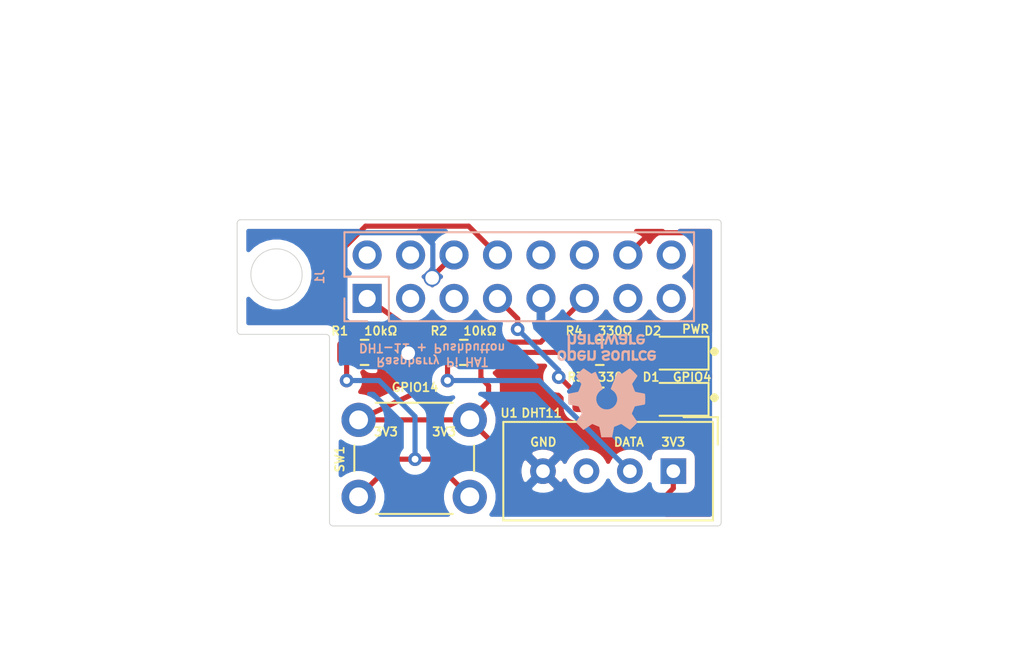
<source format=kicad_pcb>
(kicad_pcb (version 20171130) (host pcbnew "(5.1.7)-1")

  (general
    (thickness 1.6)
    (drawings 26)
    (tracks 75)
    (zones 0)
    (modules 10)
    (nets 8)
  )

  (page A4)
  (title_block
    (title "Raspberry Pi Full Stack HAT")
    (date 2021-01-13)
    (rev -)
    (company "Tech Explorations")
    (comment 1 "Designed by Gustavo Bertoli")
  )

  (layers
    (0 F.Cu signal)
    (31 B.Cu signal)
    (32 B.Adhes user)
    (33 F.Adhes user)
    (34 B.Paste user)
    (35 F.Paste user)
    (36 B.SilkS user)
    (37 F.SilkS user)
    (38 B.Mask user)
    (39 F.Mask user)
    (40 Dwgs.User user)
    (41 Cmts.User user)
    (42 Eco1.User user)
    (43 Eco2.User user)
    (44 Edge.Cuts user)
    (45 Margin user)
    (46 B.CrtYd user)
    (47 F.CrtYd user)
    (48 B.Fab user)
    (49 F.Fab user)
  )

  (setup
    (last_trace_width 0.3)
    (user_trace_width 0.3)
    (trace_clearance 0.2)
    (zone_clearance 0.508)
    (zone_45_only no)
    (trace_min 0.2)
    (via_size 0.8)
    (via_drill 0.4)
    (via_min_size 0.4)
    (via_min_drill 0.3)
    (user_via 1 0.6)
    (uvia_size 0.3)
    (uvia_drill 0.1)
    (uvias_allowed no)
    (uvia_min_size 0.2)
    (uvia_min_drill 0.1)
    (edge_width 0.05)
    (segment_width 0.2)
    (pcb_text_width 0.3)
    (pcb_text_size 1.5 1.5)
    (mod_edge_width 0.12)
    (mod_text_size 1 1)
    (mod_text_width 0.15)
    (pad_size 1.524 1.524)
    (pad_drill 0.762)
    (pad_to_mask_clearance 0)
    (aux_axis_origin 0 0)
    (visible_elements FFFFFF7F)
    (pcbplotparams
      (layerselection 0x010fc_ffffffff)
      (usegerberextensions true)
      (usegerberattributes true)
      (usegerberadvancedattributes true)
      (creategerberjobfile true)
      (excludeedgelayer true)
      (linewidth 0.100000)
      (plotframeref false)
      (viasonmask false)
      (mode 1)
      (useauxorigin false)
      (hpglpennumber 1)
      (hpglpenspeed 20)
      (hpglpendiameter 15.000000)
      (psnegative false)
      (psa4output false)
      (plotreference true)
      (plotvalue true)
      (plotinvisibletext false)
      (padsonsilk false)
      (subtractmaskfromsilk false)
      (outputformat 1)
      (mirror false)
      (drillshape 0)
      (scaleselection 1)
      (outputdirectory "Gerber/"))
  )

  (net 0 "")
  (net 1 GND)
  (net 2 "Net-(D1-Pad2)")
  (net 3 "Net-(D2-Pad2)")
  (net 4 /3V3)
  (net 5 "Net-(J1-Pad7)")
  (net 6 /BUTTON)
  (net 7 /DHT)

  (net_class Default "This is the default net class."
    (clearance 0.2)
    (trace_width 0.25)
    (via_dia 0.8)
    (via_drill 0.4)
    (uvia_dia 0.3)
    (uvia_drill 0.1)
    (add_net /BUTTON)
    (add_net /DHT)
    (add_net "Net-(D1-Pad2)")
    (add_net "Net-(D2-Pad2)")
    (add_net "Net-(J1-Pad7)")
  )

  (net_class Power ""
    (clearance 0.3)
    (trace_width 0.3)
    (via_dia 1)
    (via_drill 0.8)
    (uvia_dia 0.3)
    (uvia_drill 0.1)
    (add_net /3V3)
    (add_net GND)
  )

  (module Symbol:OSHW-Logo_5.7x6mm_SilkScreen (layer B.Cu) (tedit 0) (tstamp 5FFF871A)
    (at 119.4 81.8)
    (descr "Open Source Hardware Logo")
    (tags "Logo OSHW")
    (attr virtual)
    (fp_text reference REF** (at 0 0) (layer B.SilkS) hide
      (effects (font (size 1 1) (thickness 0.15)) (justify mirror))
    )
    (fp_text value OSHW-Logo_5.7x6mm_SilkScreen (at 0.75 0) (layer B.Fab) hide
      (effects (font (size 1 1) (thickness 0.15)) (justify mirror))
    )
    (fp_poly (pts (xy -1.908759 -1.469184) (xy -1.882247 -1.482282) (xy -1.849553 -1.505106) (xy -1.825725 -1.529996)
      (xy -1.809406 -1.561249) (xy -1.79924 -1.603166) (xy -1.793872 -1.660044) (xy -1.791944 -1.736184)
      (xy -1.791831 -1.768917) (xy -1.792161 -1.840656) (xy -1.793527 -1.891927) (xy -1.7965 -1.927404)
      (xy -1.801649 -1.951763) (xy -1.809543 -1.96968) (xy -1.817757 -1.981902) (xy -1.870187 -2.033905)
      (xy -1.93193 -2.065184) (xy -1.998536 -2.074592) (xy -2.065558 -2.06098) (xy -2.086792 -2.051354)
      (xy -2.137624 -2.024859) (xy -2.137624 -2.440052) (xy -2.100525 -2.420868) (xy -2.051643 -2.406025)
      (xy -1.991561 -2.402222) (xy -1.931564 -2.409243) (xy -1.886256 -2.425013) (xy -1.848675 -2.455047)
      (xy -1.816564 -2.498024) (xy -1.81415 -2.502436) (xy -1.803967 -2.523221) (xy -1.79653 -2.54417)
      (xy -1.791411 -2.569548) (xy -1.788181 -2.603618) (xy -1.786413 -2.650641) (xy -1.785677 -2.714882)
      (xy -1.785544 -2.787176) (xy -1.785544 -3.017822) (xy -1.923861 -3.017822) (xy -1.923861 -2.592533)
      (xy -1.962549 -2.559979) (xy -2.002738 -2.53394) (xy -2.040797 -2.529205) (xy -2.079066 -2.541389)
      (xy -2.099462 -2.55332) (xy -2.114642 -2.570313) (xy -2.125438 -2.595995) (xy -2.132683 -2.633991)
      (xy -2.137208 -2.687926) (xy -2.139844 -2.761425) (xy -2.140772 -2.810347) (xy -2.143911 -3.011535)
      (xy -2.209926 -3.015336) (xy -2.27594 -3.019136) (xy -2.27594 -1.77065) (xy -2.137624 -1.77065)
      (xy -2.134097 -1.840254) (xy -2.122215 -1.888569) (xy -2.10002 -1.918631) (xy -2.065559 -1.933471)
      (xy -2.030742 -1.936436) (xy -1.991329 -1.933028) (xy -1.965171 -1.919617) (xy -1.948814 -1.901896)
      (xy -1.935937 -1.882835) (xy -1.928272 -1.861601) (xy -1.924861 -1.831849) (xy -1.924749 -1.787236)
      (xy -1.925897 -1.74988) (xy -1.928532 -1.693604) (xy -1.932456 -1.656658) (xy -1.939063 -1.633223)
      (xy -1.949749 -1.61748) (xy -1.959833 -1.60838) (xy -2.00197 -1.588537) (xy -2.05184 -1.585332)
      (xy -2.080476 -1.592168) (xy -2.108828 -1.616464) (xy -2.127609 -1.663728) (xy -2.136712 -1.733624)
      (xy -2.137624 -1.77065) (xy -2.27594 -1.77065) (xy -2.27594 -1.458614) (xy -2.206782 -1.458614)
      (xy -2.16526 -1.460256) (xy -2.143838 -1.466087) (xy -2.137626 -1.477461) (xy -2.137624 -1.477798)
      (xy -2.134742 -1.488938) (xy -2.12203 -1.487673) (xy -2.096757 -1.475433) (xy -2.037869 -1.456707)
      (xy -1.971615 -1.454739) (xy -1.908759 -1.469184)) (layer B.SilkS) (width 0.01))
    (fp_poly (pts (xy -1.38421 -2.406555) (xy -1.325055 -2.422339) (xy -1.280023 -2.450948) (xy -1.248246 -2.488419)
      (xy -1.238366 -2.504411) (xy -1.231073 -2.521163) (xy -1.225974 -2.542592) (xy -1.222679 -2.572616)
      (xy -1.220797 -2.615154) (xy -1.219937 -2.674122) (xy -1.219707 -2.75344) (xy -1.219703 -2.774484)
      (xy -1.219703 -3.017822) (xy -1.280059 -3.017822) (xy -1.318557 -3.015126) (xy -1.347023 -3.008295)
      (xy -1.354155 -3.004083) (xy -1.373652 -2.996813) (xy -1.393566 -3.004083) (xy -1.426353 -3.01316)
      (xy -1.473978 -3.016813) (xy -1.526764 -3.015228) (xy -1.575036 -3.008589) (xy -1.603218 -3.000072)
      (xy -1.657753 -2.965063) (xy -1.691835 -2.916479) (xy -1.707157 -2.851882) (xy -1.707299 -2.850223)
      (xy -1.705955 -2.821566) (xy -1.584356 -2.821566) (xy -1.573726 -2.854161) (xy -1.55641 -2.872505)
      (xy -1.521652 -2.886379) (xy -1.475773 -2.891917) (xy -1.428988 -2.889191) (xy -1.391514 -2.878274)
      (xy -1.381015 -2.871269) (xy -1.362668 -2.838904) (xy -1.35802 -2.802111) (xy -1.35802 -2.753763)
      (xy -1.427582 -2.753763) (xy -1.493667 -2.75885) (xy -1.543764 -2.773263) (xy -1.574929 -2.795729)
      (xy -1.584356 -2.821566) (xy -1.705955 -2.821566) (xy -1.703987 -2.779647) (xy -1.68071 -2.723845)
      (xy -1.636948 -2.681647) (xy -1.630899 -2.677808) (xy -1.604907 -2.665309) (xy -1.572735 -2.65774)
      (xy -1.52776 -2.654061) (xy -1.474331 -2.653216) (xy -1.35802 -2.653169) (xy -1.35802 -2.604411)
      (xy -1.362953 -2.566581) (xy -1.375543 -2.541236) (xy -1.377017 -2.539887) (xy -1.405034 -2.5288)
      (xy -1.447326 -2.524503) (xy -1.494064 -2.526615) (xy -1.535418 -2.534756) (xy -1.559957 -2.546965)
      (xy -1.573253 -2.556746) (xy -1.587294 -2.558613) (xy -1.606671 -2.5506) (xy -1.635976 -2.530739)
      (xy -1.679803 -2.497063) (xy -1.683825 -2.493909) (xy -1.681764 -2.482236) (xy -1.664568 -2.462822)
      (xy -1.638433 -2.441248) (xy -1.609552 -2.423096) (xy -1.600478 -2.418809) (xy -1.56738 -2.410256)
      (xy -1.51888 -2.404155) (xy -1.464695 -2.401708) (xy -1.462161 -2.401703) (xy -1.38421 -2.406555)) (layer B.SilkS) (width 0.01))
    (fp_poly (pts (xy -0.993356 -2.40302) (xy -0.974539 -2.40866) (xy -0.968473 -2.421053) (xy -0.968218 -2.426647)
      (xy -0.967129 -2.44223) (xy -0.959632 -2.444676) (xy -0.939381 -2.433993) (xy -0.927351 -2.426694)
      (xy -0.8894 -2.411063) (xy -0.844072 -2.403334) (xy -0.796544 -2.40274) (xy -0.751995 -2.408513)
      (xy -0.715602 -2.419884) (xy -0.692543 -2.436088) (xy -0.687996 -2.456355) (xy -0.690291 -2.461843)
      (xy -0.70702 -2.484626) (xy -0.732963 -2.512647) (xy -0.737655 -2.517177) (xy -0.762383 -2.538005)
      (xy -0.783718 -2.544735) (xy -0.813555 -2.540038) (xy -0.825508 -2.536917) (xy -0.862705 -2.529421)
      (xy -0.888859 -2.532792) (xy -0.910946 -2.544681) (xy -0.931178 -2.560635) (xy -0.946079 -2.5807)
      (xy -0.956434 -2.608702) (xy -0.963029 -2.648467) (xy -0.966649 -2.703823) (xy -0.968078 -2.778594)
      (xy -0.968218 -2.82374) (xy -0.968218 -3.017822) (xy -1.09396 -3.017822) (xy -1.09396 -2.401683)
      (xy -1.031089 -2.401683) (xy -0.993356 -2.40302)) (layer B.SilkS) (width 0.01))
    (fp_poly (pts (xy -0.201188 -3.017822) (xy -0.270346 -3.017822) (xy -0.310488 -3.016645) (xy -0.331394 -3.011772)
      (xy -0.338922 -3.001186) (xy -0.339505 -2.994029) (xy -0.340774 -2.979676) (xy -0.348779 -2.976923)
      (xy -0.369815 -2.985771) (xy -0.386173 -2.994029) (xy -0.448977 -3.013597) (xy -0.517248 -3.014729)
      (xy -0.572752 -3.000135) (xy -0.624438 -2.964877) (xy -0.663838 -2.912835) (xy -0.685413 -2.85145)
      (xy -0.685962 -2.848018) (xy -0.689167 -2.810571) (xy -0.690761 -2.756813) (xy -0.690633 -2.716155)
      (xy -0.553279 -2.716155) (xy -0.550097 -2.770194) (xy -0.542859 -2.814735) (xy -0.53306 -2.839888)
      (xy -0.495989 -2.87426) (xy -0.451974 -2.886582) (xy -0.406584 -2.876618) (xy -0.367797 -2.846895)
      (xy -0.353108 -2.826905) (xy -0.344519 -2.80305) (xy -0.340496 -2.76823) (xy -0.339505 -2.71593)
      (xy -0.341278 -2.664139) (xy -0.345963 -2.618634) (xy -0.352603 -2.588181) (xy -0.35371 -2.585452)
      (xy -0.380491 -2.553) (xy -0.419579 -2.535183) (xy -0.463315 -2.532306) (xy -0.504038 -2.544674)
      (xy -0.534087 -2.572593) (xy -0.537204 -2.578148) (xy -0.546961 -2.612022) (xy -0.552277 -2.660728)
      (xy -0.553279 -2.716155) (xy -0.690633 -2.716155) (xy -0.690568 -2.69554) (xy -0.689664 -2.662563)
      (xy -0.683514 -2.580981) (xy -0.670733 -2.51973) (xy -0.649471 -2.474449) (xy -0.617878 -2.440779)
      (xy -0.587207 -2.421014) (xy -0.544354 -2.40712) (xy -0.491056 -2.402354) (xy -0.43648 -2.406236)
      (xy -0.389792 -2.418282) (xy -0.365124 -2.432693) (xy -0.339505 -2.455878) (xy -0.339505 -2.162773)
      (xy -0.201188 -2.162773) (xy -0.201188 -3.017822)) (layer B.SilkS) (width 0.01))
    (fp_poly (pts (xy 0.281524 -2.404237) (xy 0.331255 -2.407971) (xy 0.461291 -2.797773) (xy 0.481678 -2.728614)
      (xy 0.493946 -2.685874) (xy 0.510085 -2.628115) (xy 0.527512 -2.564625) (xy 0.536726 -2.53057)
      (xy 0.571388 -2.401683) (xy 0.714391 -2.401683) (xy 0.671646 -2.536857) (xy 0.650596 -2.603342)
      (xy 0.625167 -2.683539) (xy 0.59861 -2.767193) (xy 0.574902 -2.841782) (xy 0.520902 -3.011535)
      (xy 0.462598 -3.015328) (xy 0.404295 -3.019122) (xy 0.372679 -2.914734) (xy 0.353182 -2.849889)
      (xy 0.331904 -2.7784) (xy 0.313308 -2.715263) (xy 0.312574 -2.71275) (xy 0.298684 -2.669969)
      (xy 0.286429 -2.640779) (xy 0.277846 -2.629741) (xy 0.276082 -2.631018) (xy 0.269891 -2.64813)
      (xy 0.258128 -2.684787) (xy 0.242225 -2.736378) (xy 0.223614 -2.798294) (xy 0.213543 -2.832352)
      (xy 0.159007 -3.017822) (xy 0.043264 -3.017822) (xy -0.049263 -2.725471) (xy -0.075256 -2.643462)
      (xy -0.098934 -2.568987) (xy -0.11918 -2.505544) (xy -0.134874 -2.456632) (xy -0.144898 -2.425749)
      (xy -0.147945 -2.416726) (xy -0.145533 -2.407487) (xy -0.126592 -2.403441) (xy -0.087177 -2.403846)
      (xy -0.081007 -2.404152) (xy -0.007914 -2.407971) (xy 0.039957 -2.58401) (xy 0.057553 -2.648211)
      (xy 0.073277 -2.704649) (xy 0.085746 -2.748422) (xy 0.093574 -2.77463) (xy 0.09502 -2.778903)
      (xy 0.101014 -2.77399) (xy 0.113101 -2.748532) (xy 0.129893 -2.705997) (xy 0.150003 -2.64985)
      (xy 0.167003 -2.59913) (xy 0.231794 -2.400504) (xy 0.281524 -2.404237)) (layer B.SilkS) (width 0.01))
    (fp_poly (pts (xy 1.038411 -2.405417) (xy 1.091411 -2.41829) (xy 1.106731 -2.42511) (xy 1.136428 -2.442974)
      (xy 1.15922 -2.463093) (xy 1.176083 -2.488962) (xy 1.187998 -2.524073) (xy 1.195942 -2.57192)
      (xy 1.200894 -2.635996) (xy 1.203831 -2.719794) (xy 1.204947 -2.775768) (xy 1.209052 -3.017822)
      (xy 1.138932 -3.017822) (xy 1.096393 -3.016038) (xy 1.074476 -3.009942) (xy 1.068812 -2.999706)
      (xy 1.065821 -2.988637) (xy 1.052451 -2.990754) (xy 1.034233 -2.999629) (xy 0.988624 -3.013233)
      (xy 0.930007 -3.016899) (xy 0.868354 -3.010903) (xy 0.813638 -2.995521) (xy 0.80873 -2.993386)
      (xy 0.758723 -2.958255) (xy 0.725756 -2.909419) (xy 0.710587 -2.852333) (xy 0.711746 -2.831824)
      (xy 0.835508 -2.831824) (xy 0.846413 -2.859425) (xy 0.878745 -2.879204) (xy 0.93091 -2.889819)
      (xy 0.958787 -2.891228) (xy 1.005247 -2.88762) (xy 1.036129 -2.873597) (xy 1.043664 -2.866931)
      (xy 1.064076 -2.830666) (xy 1.068812 -2.797773) (xy 1.068812 -2.753763) (xy 1.007513 -2.753763)
      (xy 0.936256 -2.757395) (xy 0.886276 -2.768818) (xy 0.854696 -2.788824) (xy 0.847626 -2.797743)
      (xy 0.835508 -2.831824) (xy 0.711746 -2.831824) (xy 0.713971 -2.792456) (xy 0.736663 -2.735244)
      (xy 0.767624 -2.69658) (xy 0.786376 -2.679864) (xy 0.804733 -2.668878) (xy 0.828619 -2.66218)
      (xy 0.863957 -2.658326) (xy 0.916669 -2.655873) (xy 0.937577 -2.655168) (xy 1.068812 -2.650879)
      (xy 1.06862 -2.611158) (xy 1.063537 -2.569405) (xy 1.045162 -2.544158) (xy 1.008039 -2.52803)
      (xy 1.007043 -2.527742) (xy 0.95441 -2.5214) (xy 0.902906 -2.529684) (xy 0.86463 -2.549827)
      (xy 0.849272 -2.559773) (xy 0.83273 -2.558397) (xy 0.807275 -2.543987) (xy 0.792328 -2.533817)
      (xy 0.763091 -2.512088) (xy 0.74498 -2.4958) (xy 0.742074 -2.491137) (xy 0.75404 -2.467005)
      (xy 0.789396 -2.438185) (xy 0.804753 -2.428461) (xy 0.848901 -2.411714) (xy 0.908398 -2.402227)
      (xy 0.974487 -2.400095) (xy 1.038411 -2.405417)) (layer B.SilkS) (width 0.01))
    (fp_poly (pts (xy 1.635255 -2.401486) (xy 1.683595 -2.411015) (xy 1.711114 -2.425125) (xy 1.740064 -2.448568)
      (xy 1.698876 -2.500571) (xy 1.673482 -2.532064) (xy 1.656238 -2.547428) (xy 1.639102 -2.549776)
      (xy 1.614027 -2.542217) (xy 1.602257 -2.537941) (xy 1.55427 -2.531631) (xy 1.510324 -2.545156)
      (xy 1.47806 -2.57571) (xy 1.472819 -2.585452) (xy 1.467112 -2.611258) (xy 1.462706 -2.658817)
      (xy 1.459811 -2.724758) (xy 1.458631 -2.80571) (xy 1.458614 -2.817226) (xy 1.458614 -3.017822)
      (xy 1.320297 -3.017822) (xy 1.320297 -2.401683) (xy 1.389456 -2.401683) (xy 1.429333 -2.402725)
      (xy 1.450107 -2.407358) (xy 1.457789 -2.417849) (xy 1.458614 -2.427745) (xy 1.458614 -2.453806)
      (xy 1.491745 -2.427745) (xy 1.529735 -2.409965) (xy 1.58077 -2.401174) (xy 1.635255 -2.401486)) (layer B.SilkS) (width 0.01))
    (fp_poly (pts (xy 2.032581 -2.40497) (xy 2.092685 -2.420597) (xy 2.143021 -2.452848) (xy 2.167393 -2.47694)
      (xy 2.207345 -2.533895) (xy 2.230242 -2.599965) (xy 2.238108 -2.681182) (xy 2.238148 -2.687748)
      (xy 2.238218 -2.753763) (xy 1.858264 -2.753763) (xy 1.866363 -2.788342) (xy 1.880987 -2.819659)
      (xy 1.906581 -2.852291) (xy 1.911935 -2.8575) (xy 1.957943 -2.885694) (xy 2.01041 -2.890475)
      (xy 2.070803 -2.871926) (xy 2.08104 -2.866931) (xy 2.112439 -2.851745) (xy 2.13347 -2.843094)
      (xy 2.137139 -2.842293) (xy 2.149948 -2.850063) (xy 2.174378 -2.869072) (xy 2.186779 -2.87946)
      (xy 2.212476 -2.903321) (xy 2.220915 -2.919077) (xy 2.215058 -2.933571) (xy 2.211928 -2.937534)
      (xy 2.190725 -2.954879) (xy 2.155738 -2.975959) (xy 2.131337 -2.988265) (xy 2.062072 -3.009946)
      (xy 1.985388 -3.016971) (xy 1.912765 -3.008647) (xy 1.892426 -3.002686) (xy 1.829476 -2.968952)
      (xy 1.782815 -2.917045) (xy 1.752173 -2.846459) (xy 1.737282 -2.756692) (xy 1.735647 -2.709753)
      (xy 1.740421 -2.641413) (xy 1.86099 -2.641413) (xy 1.872652 -2.646465) (xy 1.903998 -2.650429)
      (xy 1.949571 -2.652768) (xy 1.980446 -2.653169) (xy 2.035981 -2.652783) (xy 2.071033 -2.650975)
      (xy 2.090262 -2.646773) (xy 2.09833 -2.639203) (xy 2.099901 -2.628218) (xy 2.089121 -2.594381)
      (xy 2.06198 -2.56094) (xy 2.026277 -2.535272) (xy 1.99056 -2.524772) (xy 1.942048 -2.534086)
      (xy 1.900053 -2.561013) (xy 1.870936 -2.599827) (xy 1.86099 -2.641413) (xy 1.740421 -2.641413)
      (xy 1.742599 -2.610236) (xy 1.764055 -2.530949) (xy 1.80047 -2.471263) (xy 1.852297 -2.430549)
      (xy 1.91999 -2.408179) (xy 1.956662 -2.403871) (xy 2.032581 -2.40497)) (layer B.SilkS) (width 0.01))
    (fp_poly (pts (xy -2.538261 -1.465148) (xy -2.472479 -1.494231) (xy -2.42254 -1.542793) (xy -2.388374 -1.610908)
      (xy -2.369907 -1.698651) (xy -2.368583 -1.712351) (xy -2.367546 -1.808939) (xy -2.380993 -1.893602)
      (xy -2.408108 -1.962221) (xy -2.422627 -1.984294) (xy -2.473201 -2.031011) (xy -2.537609 -2.061268)
      (xy -2.609666 -2.073824) (xy -2.683185 -2.067439) (xy -2.739072 -2.047772) (xy -2.787132 -2.014629)
      (xy -2.826412 -1.971175) (xy -2.827092 -1.970158) (xy -2.843044 -1.943338) (xy -2.85341 -1.916368)
      (xy -2.859688 -1.882332) (xy -2.863373 -1.83431) (xy -2.864997 -1.794931) (xy -2.865672 -1.759219)
      (xy -2.739955 -1.759219) (xy -2.738726 -1.79477) (xy -2.734266 -1.842094) (xy -2.726397 -1.872465)
      (xy -2.712207 -1.894072) (xy -2.698917 -1.906694) (xy -2.651802 -1.933122) (xy -2.602505 -1.936653)
      (xy -2.556593 -1.917639) (xy -2.533638 -1.896331) (xy -2.517096 -1.874859) (xy -2.507421 -1.854313)
      (xy -2.503174 -1.827574) (xy -2.50292 -1.787523) (xy -2.504228 -1.750638) (xy -2.507043 -1.697947)
      (xy -2.511505 -1.663772) (xy -2.519548 -1.64148) (xy -2.533103 -1.624442) (xy -2.543845 -1.614703)
      (xy -2.588777 -1.589123) (xy -2.637249 -1.587847) (xy -2.677894 -1.602999) (xy -2.712567 -1.634642)
      (xy -2.733224 -1.68662) (xy -2.739955 -1.759219) (xy -2.865672 -1.759219) (xy -2.866479 -1.716621)
      (xy -2.863948 -1.658056) (xy -2.856362 -1.614007) (xy -2.842681 -1.579248) (xy -2.821865 -1.548551)
      (xy -2.814147 -1.539436) (xy -2.765889 -1.494021) (xy -2.714128 -1.467493) (xy -2.650828 -1.456379)
      (xy -2.619961 -1.455471) (xy -2.538261 -1.465148)) (layer B.SilkS) (width 0.01))
    (fp_poly (pts (xy -1.356699 -1.472614) (xy -1.344168 -1.478514) (xy -1.300799 -1.510283) (xy -1.25979 -1.556646)
      (xy -1.229168 -1.607696) (xy -1.220459 -1.631166) (xy -1.212512 -1.673091) (xy -1.207774 -1.723757)
      (xy -1.207199 -1.744679) (xy -1.207129 -1.810693) (xy -1.587083 -1.810693) (xy -1.578983 -1.845273)
      (xy -1.559104 -1.88617) (xy -1.524347 -1.921514) (xy -1.482998 -1.944282) (xy -1.456649 -1.94901)
      (xy -1.420916 -1.943273) (xy -1.378282 -1.928882) (xy -1.363799 -1.922262) (xy -1.31024 -1.895513)
      (xy -1.264533 -1.930376) (xy -1.238158 -1.953955) (xy -1.224124 -1.973417) (xy -1.223414 -1.979129)
      (xy -1.235951 -1.992973) (xy -1.263428 -2.014012) (xy -1.288366 -2.030425) (xy -1.355664 -2.05993)
      (xy -1.43111 -2.073284) (xy -1.505888 -2.069812) (xy -1.565495 -2.051663) (xy -1.626941 -2.012784)
      (xy -1.670608 -1.961595) (xy -1.697926 -1.895367) (xy -1.710322 -1.811371) (xy -1.711421 -1.772936)
      (xy -1.707022 -1.684861) (xy -1.706482 -1.682299) (xy -1.580582 -1.682299) (xy -1.577115 -1.690558)
      (xy -1.562863 -1.695113) (xy -1.53347 -1.697065) (xy -1.484575 -1.697517) (xy -1.465748 -1.697525)
      (xy -1.408467 -1.696843) (xy -1.372141 -1.694364) (xy -1.352604 -1.689443) (xy -1.34569 -1.681434)
      (xy -1.345445 -1.678862) (xy -1.353336 -1.658423) (xy -1.373085 -1.629789) (xy -1.381575 -1.619763)
      (xy -1.413094 -1.591408) (xy -1.445949 -1.580259) (xy -1.463651 -1.579327) (xy -1.511539 -1.590981)
      (xy -1.551699 -1.622285) (xy -1.577173 -1.667752) (xy -1.577625 -1.669233) (xy -1.580582 -1.682299)
      (xy -1.706482 -1.682299) (xy -1.692392 -1.61551) (xy -1.666038 -1.560025) (xy -1.633807 -1.520639)
      (xy -1.574217 -1.477931) (xy -1.504168 -1.455109) (xy -1.429661 -1.453046) (xy -1.356699 -1.472614)) (layer B.SilkS) (width 0.01))
    (fp_poly (pts (xy 0.014017 -1.456452) (xy 0.061634 -1.465482) (xy 0.111034 -1.48437) (xy 0.116312 -1.486777)
      (xy 0.153774 -1.506476) (xy 0.179717 -1.524781) (xy 0.188103 -1.536508) (xy 0.180117 -1.555632)
      (xy 0.16072 -1.58385) (xy 0.15211 -1.594384) (xy 0.116628 -1.635847) (xy 0.070885 -1.608858)
      (xy 0.02735 -1.590878) (xy -0.02295 -1.581267) (xy -0.071188 -1.58066) (xy -0.108533 -1.589691)
      (xy -0.117495 -1.595327) (xy -0.134563 -1.621171) (xy -0.136637 -1.650941) (xy -0.123866 -1.674197)
      (xy -0.116312 -1.678708) (xy -0.093675 -1.684309) (xy -0.053885 -1.690892) (xy -0.004834 -1.697183)
      (xy 0.004215 -1.69817) (xy 0.082996 -1.711798) (xy 0.140136 -1.734946) (xy 0.17803 -1.769752)
      (xy 0.199079 -1.818354) (xy 0.205635 -1.877718) (xy 0.196577 -1.945198) (xy 0.167164 -1.998188)
      (xy 0.117278 -2.036783) (xy 0.0468 -2.061081) (xy -0.031435 -2.070667) (xy -0.095234 -2.070552)
      (xy -0.146984 -2.061845) (xy -0.182327 -2.049825) (xy -0.226983 -2.02888) (xy -0.268253 -2.004574)
      (xy -0.282921 -1.993876) (xy -0.320643 -1.963084) (xy -0.275148 -1.917049) (xy -0.229653 -1.871013)
      (xy -0.177928 -1.905243) (xy -0.126048 -1.930952) (xy -0.070649 -1.944399) (xy -0.017395 -1.945818)
      (xy 0.028049 -1.935443) (xy 0.060016 -1.913507) (xy 0.070338 -1.894998) (xy 0.068789 -1.865314)
      (xy 0.04314 -1.842615) (xy -0.00654 -1.82694) (xy -0.060969 -1.819695) (xy -0.144736 -1.805873)
      (xy -0.206967 -1.779796) (xy -0.248493 -1.740699) (xy -0.270147 -1.68782) (xy -0.273147 -1.625126)
      (xy -0.258329 -1.559642) (xy -0.224546 -1.510144) (xy -0.171495 -1.476408) (xy -0.098874 -1.458207)
      (xy -0.045072 -1.454639) (xy 0.014017 -1.456452)) (layer B.SilkS) (width 0.01))
    (fp_poly (pts (xy 0.610762 -1.466055) (xy 0.674363 -1.500692) (xy 0.724123 -1.555372) (xy 0.747568 -1.599842)
      (xy 0.757634 -1.639121) (xy 0.764156 -1.695116) (xy 0.766951 -1.759621) (xy 0.765836 -1.824429)
      (xy 0.760626 -1.881334) (xy 0.754541 -1.911727) (xy 0.734014 -1.953306) (xy 0.698463 -1.997468)
      (xy 0.655619 -2.036087) (xy 0.613211 -2.061034) (xy 0.612177 -2.06143) (xy 0.559553 -2.072331)
      (xy 0.497188 -2.072601) (xy 0.437924 -2.062676) (xy 0.41504 -2.054722) (xy 0.356102 -2.0213)
      (xy 0.31389 -1.977511) (xy 0.286156 -1.919538) (xy 0.270651 -1.843565) (xy 0.267143 -1.803771)
      (xy 0.26759 -1.753766) (xy 0.402376 -1.753766) (xy 0.406917 -1.826732) (xy 0.419986 -1.882334)
      (xy 0.440756 -1.917861) (xy 0.455552 -1.92802) (xy 0.493464 -1.935104) (xy 0.538527 -1.933007)
      (xy 0.577487 -1.922812) (xy 0.587704 -1.917204) (xy 0.614659 -1.884538) (xy 0.632451 -1.834545)
      (xy 0.640024 -1.773705) (xy 0.636325 -1.708497) (xy 0.628057 -1.669253) (xy 0.60432 -1.623805)
      (xy 0.566849 -1.595396) (xy 0.52172 -1.585573) (xy 0.475011 -1.595887) (xy 0.439132 -1.621112)
      (xy 0.420277 -1.641925) (xy 0.409272 -1.662439) (xy 0.404026 -1.690203) (xy 0.402449 -1.732762)
      (xy 0.402376 -1.753766) (xy 0.26759 -1.753766) (xy 0.268094 -1.69758) (xy 0.285388 -1.610501)
      (xy 0.319029 -1.54253) (xy 0.369018 -1.493664) (xy 0.435356 -1.463899) (xy 0.449601 -1.460448)
      (xy 0.53521 -1.452345) (xy 0.610762 -1.466055)) (layer B.SilkS) (width 0.01))
    (fp_poly (pts (xy 0.993367 -1.654342) (xy 0.994555 -1.746563) (xy 0.998897 -1.81661) (xy 1.007558 -1.867381)
      (xy 1.021704 -1.901772) (xy 1.0425 -1.922679) (xy 1.07111 -1.933) (xy 1.106535 -1.935636)
      (xy 1.143636 -1.932682) (xy 1.171818 -1.921889) (xy 1.192243 -1.90036) (xy 1.206079 -1.865199)
      (xy 1.214491 -1.81351) (xy 1.218643 -1.742394) (xy 1.219703 -1.654342) (xy 1.219703 -1.458614)
      (xy 1.35802 -1.458614) (xy 1.35802 -2.062179) (xy 1.288862 -2.062179) (xy 1.24717 -2.060489)
      (xy 1.225701 -2.054556) (xy 1.219703 -2.043293) (xy 1.216091 -2.033261) (xy 1.201714 -2.035383)
      (xy 1.172736 -2.04958) (xy 1.106319 -2.07148) (xy 1.035875 -2.069928) (xy 0.968377 -2.046147)
      (xy 0.936233 -2.027362) (xy 0.911715 -2.007022) (xy 0.893804 -1.981573) (xy 0.881479 -1.947458)
      (xy 0.873723 -1.901121) (xy 0.869516 -1.839007) (xy 0.86784 -1.757561) (xy 0.867624 -1.694578)
      (xy 0.867624 -1.458614) (xy 0.993367 -1.458614) (xy 0.993367 -1.654342)) (layer B.SilkS) (width 0.01))
    (fp_poly (pts (xy 2.217226 -1.46388) (xy 2.29008 -1.49483) (xy 2.313027 -1.509895) (xy 2.342354 -1.533048)
      (xy 2.360764 -1.551253) (xy 2.363961 -1.557183) (xy 2.354935 -1.57034) (xy 2.331837 -1.592667)
      (xy 2.313344 -1.60825) (xy 2.262728 -1.648926) (xy 2.22276 -1.615295) (xy 2.191874 -1.593584)
      (xy 2.161759 -1.58609) (xy 2.127292 -1.58792) (xy 2.072561 -1.601528) (xy 2.034886 -1.629772)
      (xy 2.011991 -1.675433) (xy 2.001597 -1.741289) (xy 2.001595 -1.741331) (xy 2.002494 -1.814939)
      (xy 2.016463 -1.868946) (xy 2.044328 -1.905716) (xy 2.063325 -1.918168) (xy 2.113776 -1.933673)
      (xy 2.167663 -1.933683) (xy 2.214546 -1.918638) (xy 2.225644 -1.911287) (xy 2.253476 -1.892511)
      (xy 2.275236 -1.889434) (xy 2.298704 -1.903409) (xy 2.324649 -1.92851) (xy 2.365716 -1.97088)
      (xy 2.320121 -2.008464) (xy 2.249674 -2.050882) (xy 2.170233 -2.071785) (xy 2.087215 -2.070272)
      (xy 2.032694 -2.056411) (xy 1.96897 -2.022135) (xy 1.918005 -1.968212) (xy 1.894851 -1.930149)
      (xy 1.876099 -1.875536) (xy 1.866715 -1.806369) (xy 1.866643 -1.731407) (xy 1.875824 -1.659409)
      (xy 1.894199 -1.599137) (xy 1.897093 -1.592958) (xy 1.939952 -1.532351) (xy 1.997979 -1.488224)
      (xy 2.066591 -1.461493) (xy 2.141201 -1.453073) (xy 2.217226 -1.46388)) (layer B.SilkS) (width 0.01))
    (fp_poly (pts (xy 2.677898 -1.456457) (xy 2.710096 -1.464279) (xy 2.771825 -1.492921) (xy 2.82461 -1.536667)
      (xy 2.861141 -1.589117) (xy 2.86616 -1.600893) (xy 2.873045 -1.63174) (xy 2.877864 -1.677371)
      (xy 2.879505 -1.723492) (xy 2.879505 -1.810693) (xy 2.697178 -1.810693) (xy 2.621979 -1.810978)
      (xy 2.569003 -1.812704) (xy 2.535325 -1.817181) (xy 2.51802 -1.82572) (xy 2.514163 -1.83963)
      (xy 2.520829 -1.860222) (xy 2.53277 -1.884315) (xy 2.56608 -1.924525) (xy 2.612368 -1.944558)
      (xy 2.668944 -1.943905) (xy 2.733031 -1.922101) (xy 2.788417 -1.895193) (xy 2.834375 -1.931532)
      (xy 2.880333 -1.967872) (xy 2.837096 -2.007819) (xy 2.779374 -2.045563) (xy 2.708386 -2.06832)
      (xy 2.632029 -2.074688) (xy 2.558199 -2.063268) (xy 2.546287 -2.059393) (xy 2.481399 -2.025506)
      (xy 2.43313 -1.974986) (xy 2.400465 -1.906325) (xy 2.382385 -1.818014) (xy 2.382175 -1.816121)
      (xy 2.380556 -1.719878) (xy 2.3871 -1.685542) (xy 2.514852 -1.685542) (xy 2.526584 -1.690822)
      (xy 2.558438 -1.694867) (xy 2.605397 -1.697176) (xy 2.635154 -1.697525) (xy 2.690648 -1.697306)
      (xy 2.725346 -1.695916) (xy 2.743601 -1.692251) (xy 2.749766 -1.68521) (xy 2.748195 -1.67369)
      (xy 2.746878 -1.669233) (xy 2.724382 -1.627355) (xy 2.689003 -1.593604) (xy 2.65778 -1.578773)
      (xy 2.616301 -1.579668) (xy 2.574269 -1.598164) (xy 2.539012 -1.628786) (xy 2.517854 -1.666062)
      (xy 2.514852 -1.685542) (xy 2.3871 -1.685542) (xy 2.39669 -1.635229) (xy 2.428698 -1.564191)
      (xy 2.474701 -1.508779) (xy 2.532821 -1.471009) (xy 2.60118 -1.452896) (xy 2.677898 -1.456457)) (layer B.SilkS) (width 0.01))
    (fp_poly (pts (xy -0.754012 -1.469002) (xy -0.722717 -1.48395) (xy -0.692409 -1.505541) (xy -0.669318 -1.530391)
      (xy -0.6525 -1.562087) (xy -0.641006 -1.604214) (xy -0.633891 -1.660358) (xy -0.630207 -1.734106)
      (xy -0.629008 -1.829044) (xy -0.628989 -1.838985) (xy -0.628713 -2.062179) (xy -0.76703 -2.062179)
      (xy -0.76703 -1.856418) (xy -0.767128 -1.780189) (xy -0.767809 -1.724939) (xy -0.769651 -1.686501)
      (xy -0.773233 -1.660706) (xy -0.779132 -1.643384) (xy -0.787927 -1.630368) (xy -0.80018 -1.617507)
      (xy -0.843047 -1.589873) (xy -0.889843 -1.584745) (xy -0.934424 -1.602217) (xy -0.949928 -1.615221)
      (xy -0.96131 -1.627447) (xy -0.969481 -1.64054) (xy -0.974974 -1.658615) (xy -0.97832 -1.685787)
      (xy -0.980051 -1.72617) (xy -0.980697 -1.783879) (xy -0.980792 -1.854132) (xy -0.980792 -2.062179)
      (xy -1.119109 -2.062179) (xy -1.119109 -1.458614) (xy -1.04995 -1.458614) (xy -1.008428 -1.460256)
      (xy -0.987006 -1.466087) (xy -0.980795 -1.477461) (xy -0.980792 -1.477798) (xy -0.97791 -1.488938)
      (xy -0.965199 -1.487674) (xy -0.939926 -1.475434) (xy -0.882605 -1.457424) (xy -0.817037 -1.455421)
      (xy -0.754012 -1.469002)) (layer B.SilkS) (width 0.01))
    (fp_poly (pts (xy 1.79946 -1.45803) (xy 1.842711 -1.471245) (xy 1.870558 -1.487941) (xy 1.879629 -1.501145)
      (xy 1.877132 -1.516797) (xy 1.860931 -1.541385) (xy 1.847232 -1.5588) (xy 1.818992 -1.590283)
      (xy 1.797775 -1.603529) (xy 1.779688 -1.602664) (xy 1.726035 -1.58901) (xy 1.68663 -1.58963)
      (xy 1.654632 -1.605104) (xy 1.64389 -1.614161) (xy 1.609505 -1.646027) (xy 1.609505 -2.062179)
      (xy 1.471188 -2.062179) (xy 1.471188 -1.458614) (xy 1.540347 -1.458614) (xy 1.581869 -1.460256)
      (xy 1.603291 -1.466087) (xy 1.609502 -1.477461) (xy 1.609505 -1.477798) (xy 1.612439 -1.489713)
      (xy 1.625704 -1.488159) (xy 1.644084 -1.479563) (xy 1.682046 -1.463568) (xy 1.712872 -1.453945)
      (xy 1.752536 -1.451478) (xy 1.79946 -1.45803)) (layer B.SilkS) (width 0.01))
    (fp_poly (pts (xy 0.376964 2.709982) (xy 0.433812 2.40843) (xy 0.853338 2.235488) (xy 1.104984 2.406605)
      (xy 1.175458 2.45425) (xy 1.239163 2.49679) (xy 1.293126 2.532285) (xy 1.334373 2.55879)
      (xy 1.359934 2.574364) (xy 1.366895 2.577722) (xy 1.379435 2.569086) (xy 1.406231 2.545208)
      (xy 1.44428 2.509141) (xy 1.490579 2.463933) (xy 1.542123 2.412636) (xy 1.595909 2.358299)
      (xy 1.648935 2.303972) (xy 1.698195 2.252705) (xy 1.740687 2.207549) (xy 1.773407 2.171554)
      (xy 1.793351 2.14777) (xy 1.798119 2.13981) (xy 1.791257 2.125135) (xy 1.77202 2.092986)
      (xy 1.74243 2.046508) (xy 1.70451 1.988844) (xy 1.660282 1.92314) (xy 1.634654 1.885664)
      (xy 1.587941 1.817232) (xy 1.546432 1.75548) (xy 1.51214 1.703481) (xy 1.48708 1.664308)
      (xy 1.473264 1.641035) (xy 1.471188 1.636145) (xy 1.475895 1.622245) (xy 1.488723 1.58985)
      (xy 1.507738 1.543515) (xy 1.531003 1.487794) (xy 1.556584 1.427242) (xy 1.582545 1.366414)
      (xy 1.60695 1.309864) (xy 1.627863 1.262148) (xy 1.643349 1.227819) (xy 1.651472 1.211432)
      (xy 1.651952 1.210788) (xy 1.664707 1.207659) (xy 1.698677 1.200679) (xy 1.75034 1.190533)
      (xy 1.816176 1.177908) (xy 1.892664 1.163491) (xy 1.93729 1.155177) (xy 2.019021 1.139616)
      (xy 2.092843 1.124808) (xy 2.155021 1.111564) (xy 2.201822 1.100695) (xy 2.229509 1.093011)
      (xy 2.235074 1.090573) (xy 2.240526 1.07407) (xy 2.244924 1.0368) (xy 2.248272 0.98312)
      (xy 2.250574 0.917388) (xy 2.251832 0.843963) (xy 2.252048 0.767204) (xy 2.251227 0.691468)
      (xy 2.249371 0.621114) (xy 2.246482 0.5605) (xy 2.242565 0.513984) (xy 2.237622 0.485925)
      (xy 2.234657 0.480084) (xy 2.216934 0.473083) (xy 2.179381 0.463073) (xy 2.126964 0.451231)
      (xy 2.064652 0.438733) (xy 2.0429 0.43469) (xy 1.938024 0.41548) (xy 1.85518 0.400009)
      (xy 1.79163 0.387663) (xy 1.744637 0.377827) (xy 1.711463 0.369886) (xy 1.689371 0.363224)
      (xy 1.675624 0.357227) (xy 1.667484 0.351281) (xy 1.666345 0.350106) (xy 1.654977 0.331174)
      (xy 1.637635 0.294331) (xy 1.61605 0.244087) (xy 1.591954 0.184954) (xy 1.567079 0.121444)
      (xy 1.543157 0.058068) (xy 1.521919 -0.000662) (xy 1.505097 -0.050235) (xy 1.494422 -0.086139)
      (xy 1.491627 -0.103862) (xy 1.49186 -0.104483) (xy 1.501331 -0.11897) (xy 1.522818 -0.150844)
      (xy 1.554063 -0.196789) (xy 1.592807 -0.253485) (xy 1.636793 -0.317617) (xy 1.649319 -0.335842)
      (xy 1.693984 -0.401914) (xy 1.733288 -0.4622) (xy 1.765088 -0.513235) (xy 1.787245 -0.55156)
      (xy 1.797617 -0.573711) (xy 1.798119 -0.576432) (xy 1.789405 -0.590736) (xy 1.765325 -0.619072)
      (xy 1.728976 -0.658396) (xy 1.683453 -0.705661) (xy 1.631852 -0.757823) (xy 1.577267 -0.811835)
      (xy 1.522794 -0.864653) (xy 1.471529 -0.913231) (xy 1.426567 -0.954523) (xy 1.391004 -0.985485)
      (xy 1.367935 -1.00307) (xy 1.361554 -1.005941) (xy 1.346699 -0.999178) (xy 1.316286 -0.980939)
      (xy 1.275268 -0.954297) (xy 1.243709 -0.932852) (xy 1.186525 -0.893503) (xy 1.118806 -0.847171)
      (xy 1.05088 -0.800913) (xy 1.014361 -0.776155) (xy 0.890752 -0.692547) (xy 0.786991 -0.74865)
      (xy 0.73972 -0.773228) (xy 0.699523 -0.792331) (xy 0.672326 -0.803227) (xy 0.665402 -0.804743)
      (xy 0.657077 -0.793549) (xy 0.640654 -0.761917) (xy 0.617357 -0.712765) (xy 0.588414 -0.64901)
      (xy 0.55505 -0.573571) (xy 0.518491 -0.489364) (xy 0.479964 -0.399308) (xy 0.440694 -0.306321)
      (xy 0.401908 -0.21332) (xy 0.36483 -0.123223) (xy 0.330689 -0.038948) (xy 0.300708 0.036587)
      (xy 0.276116 0.100466) (xy 0.258136 0.149769) (xy 0.247997 0.181579) (xy 0.246366 0.192504)
      (xy 0.259291 0.206439) (xy 0.287589 0.22906) (xy 0.325346 0.255667) (xy 0.328515 0.257772)
      (xy 0.4261 0.335886) (xy 0.504786 0.427018) (xy 0.563891 0.528255) (xy 0.602732 0.636682)
      (xy 0.620628 0.749386) (xy 0.616897 0.863452) (xy 0.590857 0.975966) (xy 0.541825 1.084015)
      (xy 0.5274 1.107655) (xy 0.452369 1.203113) (xy 0.36373 1.279768) (xy 0.264549 1.33722)
      (xy 0.157895 1.375071) (xy 0.046836 1.392922) (xy -0.065561 1.390375) (xy -0.176227 1.36703)
      (xy -0.282094 1.32249) (xy -0.380095 1.256355) (xy -0.41041 1.229513) (xy -0.487562 1.145488)
      (xy -0.543782 1.057034) (xy -0.582347 0.957885) (xy -0.603826 0.859697) (xy -0.609128 0.749303)
      (xy -0.591448 0.63836) (xy -0.552581 0.530619) (xy -0.494323 0.429831) (xy -0.418469 0.339744)
      (xy -0.326817 0.264108) (xy -0.314772 0.256136) (xy -0.276611 0.230026) (xy -0.247601 0.207405)
      (xy -0.233732 0.192961) (xy -0.233531 0.192504) (xy -0.236508 0.176879) (xy -0.248311 0.141418)
      (xy -0.267714 0.089038) (xy -0.293488 0.022655) (xy -0.324409 -0.054814) (xy -0.359249 -0.14045)
      (xy -0.396783 -0.231337) (xy -0.435783 -0.324559) (xy -0.475023 -0.417197) (xy -0.513276 -0.506335)
      (xy -0.549317 -0.589055) (xy -0.581917 -0.662441) (xy -0.609852 -0.723575) (xy -0.631895 -0.769541)
      (xy -0.646818 -0.797421) (xy -0.652828 -0.804743) (xy -0.671191 -0.799041) (xy -0.705552 -0.783749)
      (xy -0.749984 -0.761599) (xy -0.774417 -0.74865) (xy -0.878178 -0.692547) (xy -1.001787 -0.776155)
      (xy -1.064886 -0.818987) (xy -1.13397 -0.866122) (xy -1.198707 -0.910503) (xy -1.231134 -0.932852)
      (xy -1.276741 -0.963477) (xy -1.31536 -0.987747) (xy -1.341952 -1.002587) (xy -1.35059 -1.005724)
      (xy -1.363161 -0.997261) (xy -1.390984 -0.973636) (xy -1.431361 -0.937302) (xy -1.481595 -0.890711)
      (xy -1.538988 -0.836317) (xy -1.575286 -0.801392) (xy -1.63879 -0.738996) (xy -1.693673 -0.683188)
      (xy -1.737714 -0.636354) (xy -1.768695 -0.600882) (xy -1.784398 -0.579161) (xy -1.785905 -0.574752)
      (xy -1.778914 -0.557985) (xy -1.759594 -0.524082) (xy -1.730091 -0.476476) (xy -1.692545 -0.418599)
      (xy -1.6491 -0.353884) (xy -1.636745 -0.335842) (xy -1.591727 -0.270267) (xy -1.55134 -0.211228)
      (xy -1.51784 -0.162042) (xy -1.493486 -0.126028) (xy -1.480536 -0.106502) (xy -1.479285 -0.104483)
      (xy -1.481156 -0.088922) (xy -1.491087 -0.054709) (xy -1.507347 -0.006355) (xy -1.528205 0.051629)
      (xy -1.551927 0.11473) (xy -1.576784 0.178437) (xy -1.601042 0.238239) (xy -1.622971 0.289624)
      (xy -1.640838 0.328081) (xy -1.652913 0.349098) (xy -1.653771 0.350106) (xy -1.661154 0.356112)
      (xy -1.673625 0.362052) (xy -1.69392 0.36854) (xy -1.724778 0.376191) (xy -1.768934 0.38562)
      (xy -1.829126 0.397441) (xy -1.908093 0.412271) (xy -2.00857 0.430723) (xy -2.030325 0.43469)
      (xy -2.094802 0.447147) (xy -2.151011 0.459334) (xy -2.193987 0.470074) (xy -2.21876 0.478191)
      (xy -2.222082 0.480084) (xy -2.227556 0.496862) (xy -2.232006 0.534355) (xy -2.235428 0.588206)
      (xy -2.237819 0.654056) (xy -2.239177 0.727547) (xy -2.239499 0.80432) (xy -2.238781 0.880017)
      (xy -2.237021 0.95028) (xy -2.234216 1.01075) (xy -2.230362 1.05707) (xy -2.225457 1.084881)
      (xy -2.2225 1.090573) (xy -2.206037 1.096314) (xy -2.168551 1.105655) (xy -2.113775 1.117785)
      (xy -2.045445 1.131893) (xy -1.967294 1.14717) (xy -1.924716 1.155177) (xy -1.843929 1.170279)
      (xy -1.771887 1.18396) (xy -1.712111 1.195533) (xy -1.668121 1.204313) (xy -1.643439 1.209613)
      (xy -1.639377 1.210788) (xy -1.632511 1.224035) (xy -1.617998 1.255943) (xy -1.597771 1.301953)
      (xy -1.573766 1.357508) (xy -1.547918 1.418047) (xy -1.52216 1.479014) (xy -1.498427 1.535849)
      (xy -1.478654 1.583994) (xy -1.464776 1.61889) (xy -1.458726 1.635979) (xy -1.458614 1.636726)
      (xy -1.465472 1.650207) (xy -1.484698 1.68123) (xy -1.514272 1.726711) (xy -1.552173 1.783568)
      (xy -1.59638 1.848717) (xy -1.622079 1.886138) (xy -1.668907 1.954753) (xy -1.710499 2.017048)
      (xy -1.744825 2.069871) (xy -1.769857 2.110073) (xy -1.783565 2.1345) (xy -1.785544 2.139976)
      (xy -1.777034 2.152722) (xy -1.753507 2.179937) (xy -1.717968 2.218572) (xy -1.673423 2.265577)
      (xy -1.622877 2.317905) (xy -1.569336 2.372505) (xy -1.515805 2.42633) (xy -1.465289 2.47633)
      (xy -1.420794 2.519457) (xy -1.385325 2.552661) (xy -1.361887 2.572894) (xy -1.354046 2.577722)
      (xy -1.34128 2.570933) (xy -1.310744 2.551858) (xy -1.26541 2.522439) (xy -1.208244 2.484619)
      (xy -1.142216 2.440339) (xy -1.09241 2.406605) (xy -0.840764 2.235488) (xy -0.631001 2.321959)
      (xy -0.421237 2.40843) (xy -0.364389 2.709982) (xy -0.30754 3.011534) (xy 0.320115 3.011534)
      (xy 0.376964 2.709982)) (layer B.SilkS) (width 0.01))
  )

  (module Button_Switch_THT:SW_PUSH_6mm (layer F.Cu) (tedit 5A02FE31) (tstamp 5FFF6966)
    (at 104.9 83.8)
    (descr https://www.omron.com/ecb/products/pdf/en-b3f.pdf)
    (tags "tact sw push 6mm")
    (path /5FFF86B3)
    (fp_text reference SW1 (at -1.1 2.3 90) (layer F.SilkS)
      (effects (font (size 0.5 0.5) (thickness 0.1)))
    )
    (fp_text value GPIO14 (at 3.3 -1.9) (layer F.SilkS)
      (effects (font (size 0.5 0.5) (thickness 0.1)))
    )
    (fp_text user %R (at 3.25 2.25) (layer F.Fab)
      (effects (font (size 1 1) (thickness 0.15)))
    )
    (fp_line (start 3.25 -0.75) (end 6.25 -0.75) (layer F.Fab) (width 0.1))
    (fp_line (start 6.25 -0.75) (end 6.25 5.25) (layer F.Fab) (width 0.1))
    (fp_line (start 6.25 5.25) (end 0.25 5.25) (layer F.Fab) (width 0.1))
    (fp_line (start 0.25 5.25) (end 0.25 -0.75) (layer F.Fab) (width 0.1))
    (fp_line (start 0.25 -0.75) (end 3.25 -0.75) (layer F.Fab) (width 0.1))
    (fp_line (start 7.75 6) (end 8 6) (layer F.CrtYd) (width 0.05))
    (fp_line (start 8 6) (end 8 5.75) (layer F.CrtYd) (width 0.05))
    (fp_line (start 7.75 -1.5) (end 8 -1.5) (layer F.CrtYd) (width 0.05))
    (fp_line (start 8 -1.5) (end 8 -1.25) (layer F.CrtYd) (width 0.05))
    (fp_line (start -1.5 -1.25) (end -1.5 -1.5) (layer F.CrtYd) (width 0.05))
    (fp_line (start -1.5 -1.5) (end -1.25 -1.5) (layer F.CrtYd) (width 0.05))
    (fp_line (start -1.5 5.75) (end -1.5 6) (layer F.CrtYd) (width 0.05))
    (fp_line (start -1.5 6) (end -1.25 6) (layer F.CrtYd) (width 0.05))
    (fp_line (start -1.25 -1.5) (end 7.75 -1.5) (layer F.CrtYd) (width 0.05))
    (fp_line (start -1.5 5.75) (end -1.5 -1.25) (layer F.CrtYd) (width 0.05))
    (fp_line (start 7.75 6) (end -1.25 6) (layer F.CrtYd) (width 0.05))
    (fp_line (start 8 -1.25) (end 8 5.75) (layer F.CrtYd) (width 0.05))
    (fp_line (start 1 5.5) (end 5.5 5.5) (layer F.SilkS) (width 0.12))
    (fp_line (start -0.25 1.5) (end -0.25 3) (layer F.SilkS) (width 0.12))
    (fp_line (start 5.5 -1) (end 1 -1) (layer F.SilkS) (width 0.12))
    (fp_line (start 6.75 3) (end 6.75 1.5) (layer F.SilkS) (width 0.12))
    (fp_circle (center 3.25 2.25) (end 1.25 2.5) (layer F.Fab) (width 0.1))
    (pad 1 thru_hole circle (at 6.5 0 90) (size 2 2) (drill 1.1) (layers *.Cu *.Mask)
      (net 4 /3V3))
    (pad 2 thru_hole circle (at 6.5 4.5 90) (size 2 2) (drill 1.1) (layers *.Cu *.Mask)
      (net 6 /BUTTON))
    (pad 1 thru_hole circle (at 0 0 90) (size 2 2) (drill 1.1) (layers *.Cu *.Mask)
      (net 4 /3V3))
    (pad 2 thru_hole circle (at 0 4.5 90) (size 2 2) (drill 1.1) (layers *.Cu *.Mask)
      (net 6 /BUTTON))
    (model ${KISYS3DMOD}/Button_Switch_THT.3dshapes/SW_PUSH_6mm.wrl
      (at (xyz 0 0 0))
      (scale (xyz 1 1 1))
      (rotate (xyz 0 0 0))
    )
  )

  (module LED_SMD:LED_0805_2012Metric_Pad1.15x1.40mm_HandSolder (layer F.Cu) (tedit 5F68FEF1) (tstamp 5FFF68CF)
    (at 123.5 82.6 180)
    (descr "LED SMD 0805 (2012 Metric), square (rectangular) end terminal, IPC_7351 nominal, (Body size source: https://docs.google.com/spreadsheets/d/1BsfQQcO9C6DZCsRaXUlFlo91Tg2WpOkGARC1WS5S8t0/edit?usp=sharing), generated with kicad-footprint-generator")
    (tags "LED handsolder")
    (path /5FFFC9C6)
    (attr smd)
    (fp_text reference D1 (at 1.5 1.3 180) (layer F.SilkS)
      (effects (font (size 0.5 0.5) (thickness 0.1)))
    )
    (fp_text value GPIO4 (at -0.9 1.3) (layer F.SilkS)
      (effects (font (size 0.5 0.5) (thickness 0.1)))
    )
    (fp_line (start 1.85 0.95) (end -1.85 0.95) (layer F.CrtYd) (width 0.05))
    (fp_line (start 1.85 -0.95) (end 1.85 0.95) (layer F.CrtYd) (width 0.05))
    (fp_line (start -1.85 -0.95) (end 1.85 -0.95) (layer F.CrtYd) (width 0.05))
    (fp_line (start -1.85 0.95) (end -1.85 -0.95) (layer F.CrtYd) (width 0.05))
    (fp_line (start -1.86 0.96) (end 1 0.96) (layer F.SilkS) (width 0.12))
    (fp_line (start -1.86 -0.96) (end -1.86 0.96) (layer F.SilkS) (width 0.12))
    (fp_line (start 1 -0.96) (end -1.86 -0.96) (layer F.SilkS) (width 0.12))
    (fp_line (start 1 0.6) (end 1 -0.6) (layer F.Fab) (width 0.1))
    (fp_line (start -1 0.6) (end 1 0.6) (layer F.Fab) (width 0.1))
    (fp_line (start -1 -0.3) (end -1 0.6) (layer F.Fab) (width 0.1))
    (fp_line (start -0.7 -0.6) (end -1 -0.3) (layer F.Fab) (width 0.1))
    (fp_line (start 1 -0.6) (end -0.7 -0.6) (layer F.Fab) (width 0.1))
    (fp_text user %R (at 0 0) (layer F.Fab)
      (effects (font (size 0.5 0.5) (thickness 0.08)))
    )
    (pad 1 smd roundrect (at -1.025 0 180) (size 1.15 1.4) (layers F.Cu F.Paste F.Mask) (roundrect_rratio 0.2173904347826087)
      (net 1 GND))
    (pad 2 smd roundrect (at 1.025 0 180) (size 1.15 1.4) (layers F.Cu F.Paste F.Mask) (roundrect_rratio 0.2173904347826087)
      (net 2 "Net-(D1-Pad2)"))
    (model ${KISYS3DMOD}/LED_SMD.3dshapes/LED_0805_2012Metric.wrl
      (at (xyz 0 0 0))
      (scale (xyz 1 1 1))
      (rotate (xyz 0 0 0))
    )
  )

  (module LED_SMD:LED_0805_2012Metric_Pad1.15x1.40mm_HandSolder (layer F.Cu) (tedit 5F68FEF1) (tstamp 5FFF68E2)
    (at 123.5 79.9 180)
    (descr "LED SMD 0805 (2012 Metric), square (rectangular) end terminal, IPC_7351 nominal, (Body size source: https://docs.google.com/spreadsheets/d/1BsfQQcO9C6DZCsRaXUlFlo91Tg2WpOkGARC1WS5S8t0/edit?usp=sharing), generated with kicad-footprint-generator")
    (tags "LED handsolder")
    (path /60037C66)
    (attr smd)
    (fp_text reference D2 (at 1.4 1.3 180) (layer F.SilkS)
      (effects (font (size 0.5 0.5) (thickness 0.1)))
    )
    (fp_text value PWR (at -1.1 1.4) (layer F.SilkS)
      (effects (font (size 0.5 0.5) (thickness 0.1)))
    )
    (fp_text user %R (at 0 0) (layer F.Fab)
      (effects (font (size 0.5 0.5) (thickness 0.08)))
    )
    (fp_line (start 1 -0.6) (end -0.7 -0.6) (layer F.Fab) (width 0.1))
    (fp_line (start -0.7 -0.6) (end -1 -0.3) (layer F.Fab) (width 0.1))
    (fp_line (start -1 -0.3) (end -1 0.6) (layer F.Fab) (width 0.1))
    (fp_line (start -1 0.6) (end 1 0.6) (layer F.Fab) (width 0.1))
    (fp_line (start 1 0.6) (end 1 -0.6) (layer F.Fab) (width 0.1))
    (fp_line (start 1 -0.96) (end -1.86 -0.96) (layer F.SilkS) (width 0.12))
    (fp_line (start -1.86 -0.96) (end -1.86 0.96) (layer F.SilkS) (width 0.12))
    (fp_line (start -1.86 0.96) (end 1 0.96) (layer F.SilkS) (width 0.12))
    (fp_line (start -1.85 0.95) (end -1.85 -0.95) (layer F.CrtYd) (width 0.05))
    (fp_line (start -1.85 -0.95) (end 1.85 -0.95) (layer F.CrtYd) (width 0.05))
    (fp_line (start 1.85 -0.95) (end 1.85 0.95) (layer F.CrtYd) (width 0.05))
    (fp_line (start 1.85 0.95) (end -1.85 0.95) (layer F.CrtYd) (width 0.05))
    (pad 2 smd roundrect (at 1.025 0 180) (size 1.15 1.4) (layers F.Cu F.Paste F.Mask) (roundrect_rratio 0.2173904347826087)
      (net 3 "Net-(D2-Pad2)"))
    (pad 1 smd roundrect (at -1.025 0 180) (size 1.15 1.4) (layers F.Cu F.Paste F.Mask) (roundrect_rratio 0.2173904347826087)
      (net 1 GND))
    (model ${KISYS3DMOD}/LED_SMD.3dshapes/LED_0805_2012Metric.wrl
      (at (xyz 0 0 0))
      (scale (xyz 1 1 1))
      (rotate (xyz 0 0 0))
    )
  )

  (module Connector_PinSocket_2.54mm:PinSocket_2x08_P2.54mm_Vertical (layer B.Cu) (tedit 5A19A42B) (tstamp 5FFF6908)
    (at 105.4 76.7 270)
    (descr "Through hole straight socket strip, 2x08, 2.54mm pitch, double cols (from Kicad 4.0.7), script generated")
    (tags "Through hole socket strip THT 2x08 2.54mm double row")
    (path /5FFEF851)
    (fp_text reference J1 (at -1.27 2.77 270) (layer B.SilkS)
      (effects (font (size 0.5 0.5) (thickness 0.1)) (justify mirror))
    )
    (fp_text value Raspberry_Pi_2_3 (at -1.27 -20.55 270) (layer B.Fab)
      (effects (font (size 1 1) (thickness 0.15)) (justify mirror))
    )
    (fp_line (start -4.34 -19.55) (end -4.34 1.8) (layer B.CrtYd) (width 0.05))
    (fp_line (start 1.76 -19.55) (end -4.34 -19.55) (layer B.CrtYd) (width 0.05))
    (fp_line (start 1.76 1.8) (end 1.76 -19.55) (layer B.CrtYd) (width 0.05))
    (fp_line (start -4.34 1.8) (end 1.76 1.8) (layer B.CrtYd) (width 0.05))
    (fp_line (start 0 1.33) (end 1.33 1.33) (layer B.SilkS) (width 0.12))
    (fp_line (start 1.33 1.33) (end 1.33 0) (layer B.SilkS) (width 0.12))
    (fp_line (start -1.27 1.33) (end -1.27 -1.27) (layer B.SilkS) (width 0.12))
    (fp_line (start -1.27 -1.27) (end 1.33 -1.27) (layer B.SilkS) (width 0.12))
    (fp_line (start 1.33 -1.27) (end 1.33 -19.11) (layer B.SilkS) (width 0.12))
    (fp_line (start -3.87 -19.11) (end 1.33 -19.11) (layer B.SilkS) (width 0.12))
    (fp_line (start -3.87 1.33) (end -3.87 -19.11) (layer B.SilkS) (width 0.12))
    (fp_line (start -3.87 1.33) (end -1.27 1.33) (layer B.SilkS) (width 0.12))
    (fp_line (start -3.81 -19.05) (end -3.81 1.27) (layer B.Fab) (width 0.1))
    (fp_line (start 1.27 -19.05) (end -3.81 -19.05) (layer B.Fab) (width 0.1))
    (fp_line (start 1.27 0.27) (end 1.27 -19.05) (layer B.Fab) (width 0.1))
    (fp_line (start 0.27 1.27) (end 1.27 0.27) (layer B.Fab) (width 0.1))
    (fp_line (start -3.81 1.27) (end 0.27 1.27) (layer B.Fab) (width 0.1))
    (fp_text user %R (at -1.27 -8.89) (layer B.Fab)
      (effects (font (size 1 1) (thickness 0.15)) (justify mirror))
    )
    (pad 1 thru_hole rect (at 0 0 270) (size 1.7 1.7) (drill 1) (layers *.Cu *.Mask)
      (net 4 /3V3))
    (pad 2 thru_hole oval (at -2.54 0 270) (size 1.7 1.7) (drill 1) (layers *.Cu *.Mask))
    (pad 3 thru_hole oval (at 0 -2.54 270) (size 1.7 1.7) (drill 1) (layers *.Cu *.Mask))
    (pad 4 thru_hole oval (at -2.54 -2.54 270) (size 1.7 1.7) (drill 1) (layers *.Cu *.Mask))
    (pad 5 thru_hole oval (at 0 -5.08 270) (size 1.7 1.7) (drill 1) (layers *.Cu *.Mask))
    (pad 6 thru_hole oval (at -2.54 -5.08 270) (size 1.7 1.7) (drill 1) (layers *.Cu *.Mask)
      (net 1 GND))
    (pad 7 thru_hole oval (at 0 -7.62 270) (size 1.7 1.7) (drill 1) (layers *.Cu *.Mask)
      (net 5 "Net-(J1-Pad7)"))
    (pad 8 thru_hole oval (at -2.54 -7.62 270) (size 1.7 1.7) (drill 1) (layers *.Cu *.Mask)
      (net 6 /BUTTON))
    (pad 9 thru_hole oval (at 0 -10.16 270) (size 1.7 1.7) (drill 1) (layers *.Cu *.Mask)
      (net 1 GND))
    (pad 10 thru_hole oval (at -2.54 -10.16 270) (size 1.7 1.7) (drill 1) (layers *.Cu *.Mask))
    (pad 11 thru_hole oval (at 0 -12.7 270) (size 1.7 1.7) (drill 1) (layers *.Cu *.Mask)
      (net 7 /DHT))
    (pad 12 thru_hole oval (at -2.54 -12.7 270) (size 1.7 1.7) (drill 1) (layers *.Cu *.Mask))
    (pad 13 thru_hole oval (at 0 -15.24 270) (size 1.7 1.7) (drill 1) (layers *.Cu *.Mask))
    (pad 14 thru_hole oval (at -2.54 -15.24 270) (size 1.7 1.7) (drill 1) (layers *.Cu *.Mask)
      (net 1 GND))
    (pad 15 thru_hole oval (at 0 -17.78 270) (size 1.7 1.7) (drill 1) (layers *.Cu *.Mask))
    (pad 16 thru_hole oval (at -2.54 -17.78 270) (size 1.7 1.7) (drill 1) (layers *.Cu *.Mask))
    (model ${KISYS3DMOD}/Connector_PinSocket_2.54mm.3dshapes/PinSocket_2x08_P2.54mm_Vertical.wrl
      (at (xyz 0 0 0))
      (scale (xyz 1 1 1))
      (rotate (xyz 0 0 0))
    )
  )

  (module Resistor_SMD:R_0805_2012Metric_Pad1.20x1.40mm_HandSolder (layer F.Cu) (tedit 5F68FEEE) (tstamp 5FFF6919)
    (at 105.25 79.855)
    (descr "Resistor SMD 0805 (2012 Metric), square (rectangular) end terminal, IPC_7351 nominal with elongated pad for handsoldering. (Body size source: IPC-SM-782 page 72, https://www.pcb-3d.com/wordpress/wp-content/uploads/ipc-sm-782a_amendment_1_and_2.pdf), generated with kicad-footprint-generator")
    (tags "resistor handsolder")
    (path /5FFFA67C)
    (attr smd)
    (fp_text reference R1 (at -1.45 -1.255) (layer F.SilkS)
      (effects (font (size 0.5 0.5) (thickness 0.1)))
    )
    (fp_text value 10kΩ (at 0.95 -1.255) (layer F.SilkS)
      (effects (font (size 0.5 0.5) (thickness 0.1)))
    )
    (fp_line (start 1.85 0.95) (end -1.85 0.95) (layer F.CrtYd) (width 0.05))
    (fp_line (start 1.85 -0.95) (end 1.85 0.95) (layer F.CrtYd) (width 0.05))
    (fp_line (start -1.85 -0.95) (end 1.85 -0.95) (layer F.CrtYd) (width 0.05))
    (fp_line (start -1.85 0.95) (end -1.85 -0.95) (layer F.CrtYd) (width 0.05))
    (fp_line (start -0.227064 0.735) (end 0.227064 0.735) (layer F.SilkS) (width 0.12))
    (fp_line (start -0.227064 -0.735) (end 0.227064 -0.735) (layer F.SilkS) (width 0.12))
    (fp_line (start 1 0.625) (end -1 0.625) (layer F.Fab) (width 0.1))
    (fp_line (start 1 -0.625) (end 1 0.625) (layer F.Fab) (width 0.1))
    (fp_line (start -1 -0.625) (end 1 -0.625) (layer F.Fab) (width 0.1))
    (fp_line (start -1 0.625) (end -1 -0.625) (layer F.Fab) (width 0.1))
    (fp_text user %R (at 0 0) (layer F.Fab)
      (effects (font (size 0.5 0.5) (thickness 0.08)))
    )
    (pad 1 smd roundrect (at -1 0) (size 1.2 1.4) (layers F.Cu F.Paste F.Mask) (roundrect_rratio 0.2083325)
      (net 6 /BUTTON))
    (pad 2 smd roundrect (at 1 0) (size 1.2 1.4) (layers F.Cu F.Paste F.Mask) (roundrect_rratio 0.2083325)
      (net 1 GND))
    (model ${KISYS3DMOD}/Resistor_SMD.3dshapes/R_0805_2012Metric.wrl
      (at (xyz 0 0 0))
      (scale (xyz 1 1 1))
      (rotate (xyz 0 0 0))
    )
  )

  (module Resistor_SMD:R_0805_2012Metric_Pad1.20x1.40mm_HandSolder (layer F.Cu) (tedit 5F68FEEE) (tstamp 5FFF692A)
    (at 111.05 79.855)
    (descr "Resistor SMD 0805 (2012 Metric), square (rectangular) end terminal, IPC_7351 nominal with elongated pad for handsoldering. (Body size source: IPC-SM-782 page 72, https://www.pcb-3d.com/wordpress/wp-content/uploads/ipc-sm-782a_amendment_1_and_2.pdf), generated with kicad-footprint-generator")
    (tags "resistor handsolder")
    (path /5FFFA05E)
    (attr smd)
    (fp_text reference R2 (at -1.45 -1.255) (layer F.SilkS)
      (effects (font (size 0.5 0.5) (thickness 0.1)))
    )
    (fp_text value 10kΩ (at 0.95 -1.255) (layer F.SilkS)
      (effects (font (size 0.5 0.5) (thickness 0.1)))
    )
    (fp_line (start 1.85 0.95) (end -1.85 0.95) (layer F.CrtYd) (width 0.05))
    (fp_line (start 1.85 -0.95) (end 1.85 0.95) (layer F.CrtYd) (width 0.05))
    (fp_line (start -1.85 -0.95) (end 1.85 -0.95) (layer F.CrtYd) (width 0.05))
    (fp_line (start -1.85 0.95) (end -1.85 -0.95) (layer F.CrtYd) (width 0.05))
    (fp_line (start -0.227064 0.735) (end 0.227064 0.735) (layer F.SilkS) (width 0.12))
    (fp_line (start -0.227064 -0.735) (end 0.227064 -0.735) (layer F.SilkS) (width 0.12))
    (fp_line (start 1 0.625) (end -1 0.625) (layer F.Fab) (width 0.1))
    (fp_line (start 1 -0.625) (end 1 0.625) (layer F.Fab) (width 0.1))
    (fp_line (start -1 -0.625) (end 1 -0.625) (layer F.Fab) (width 0.1))
    (fp_line (start -1 0.625) (end -1 -0.625) (layer F.Fab) (width 0.1))
    (fp_text user %R (at 0 0) (layer F.Fab)
      (effects (font (size 0.5 0.5) (thickness 0.08)))
    )
    (pad 1 smd roundrect (at -1 0) (size 1.2 1.4) (layers F.Cu F.Paste F.Mask) (roundrect_rratio 0.2083325)
      (net 7 /DHT))
    (pad 2 smd roundrect (at 1 0) (size 1.2 1.4) (layers F.Cu F.Paste F.Mask) (roundrect_rratio 0.2083325)
      (net 4 /3V3))
    (model ${KISYS3DMOD}/Resistor_SMD.3dshapes/R_0805_2012Metric.wrl
      (at (xyz 0 0 0))
      (scale (xyz 1 1 1))
      (rotate (xyz 0 0 0))
    )
  )

  (module Resistor_SMD:R_0805_2012Metric_Pad1.20x1.40mm_HandSolder (layer F.Cu) (tedit 5F68FEEE) (tstamp 5FFF693B)
    (at 119 82.645)
    (descr "Resistor SMD 0805 (2012 Metric), square (rectangular) end terminal, IPC_7351 nominal with elongated pad for handsoldering. (Body size source: IPC-SM-782 page 72, https://www.pcb-3d.com/wordpress/wp-content/uploads/ipc-sm-782a_amendment_1_and_2.pdf), generated with kicad-footprint-generator")
    (tags "resistor handsolder")
    (path /5FFFA4CD)
    (attr smd)
    (fp_text reference R3 (at -1.4 -1.345) (layer F.SilkS)
      (effects (font (size 0.5 0.5) (thickness 0.1)))
    )
    (fp_text value 330Ω (at 0.9 -1.345) (layer F.SilkS)
      (effects (font (size 0.5 0.5) (thickness 0.1)))
    )
    (fp_text user %R (at 0 0) (layer F.Fab)
      (effects (font (size 0.5 0.5) (thickness 0.08)))
    )
    (fp_line (start -1 0.625) (end -1 -0.625) (layer F.Fab) (width 0.1))
    (fp_line (start -1 -0.625) (end 1 -0.625) (layer F.Fab) (width 0.1))
    (fp_line (start 1 -0.625) (end 1 0.625) (layer F.Fab) (width 0.1))
    (fp_line (start 1 0.625) (end -1 0.625) (layer F.Fab) (width 0.1))
    (fp_line (start -0.227064 -0.735) (end 0.227064 -0.735) (layer F.SilkS) (width 0.12))
    (fp_line (start -0.227064 0.735) (end 0.227064 0.735) (layer F.SilkS) (width 0.12))
    (fp_line (start -1.85 0.95) (end -1.85 -0.95) (layer F.CrtYd) (width 0.05))
    (fp_line (start -1.85 -0.95) (end 1.85 -0.95) (layer F.CrtYd) (width 0.05))
    (fp_line (start 1.85 -0.95) (end 1.85 0.95) (layer F.CrtYd) (width 0.05))
    (fp_line (start 1.85 0.95) (end -1.85 0.95) (layer F.CrtYd) (width 0.05))
    (pad 2 smd roundrect (at 1 0) (size 1.2 1.4) (layers F.Cu F.Paste F.Mask) (roundrect_rratio 0.2083325)
      (net 2 "Net-(D1-Pad2)"))
    (pad 1 smd roundrect (at -1 0) (size 1.2 1.4) (layers F.Cu F.Paste F.Mask) (roundrect_rratio 0.2083325)
      (net 5 "Net-(J1-Pad7)"))
    (model ${KISYS3DMOD}/Resistor_SMD.3dshapes/R_0805_2012Metric.wrl
      (at (xyz 0 0 0))
      (scale (xyz 1 1 1))
      (rotate (xyz 0 0 0))
    )
  )

  (module Resistor_SMD:R_0805_2012Metric_Pad1.20x1.40mm_HandSolder (layer F.Cu) (tedit 5F68FEEE) (tstamp 5FFF694C)
    (at 119 79.855)
    (descr "Resistor SMD 0805 (2012 Metric), square (rectangular) end terminal, IPC_7351 nominal with elongated pad for handsoldering. (Body size source: IPC-SM-782 page 72, https://www.pcb-3d.com/wordpress/wp-content/uploads/ipc-sm-782a_amendment_1_and_2.pdf), generated with kicad-footprint-generator")
    (tags "resistor handsolder")
    (path /60037C60)
    (attr smd)
    (fp_text reference R4 (at -1.5 -1.255) (layer F.SilkS)
      (effects (font (size 0.5 0.5) (thickness 0.1)))
    )
    (fp_text value 330Ω (at 0.9 -1.255) (layer F.SilkS)
      (effects (font (size 0.5 0.5) (thickness 0.1)))
    )
    (fp_text user %R (at 0 0) (layer F.Fab)
      (effects (font (size 0.5 0.5) (thickness 0.08)))
    )
    (fp_line (start -1 0.625) (end -1 -0.625) (layer F.Fab) (width 0.1))
    (fp_line (start -1 -0.625) (end 1 -0.625) (layer F.Fab) (width 0.1))
    (fp_line (start 1 -0.625) (end 1 0.625) (layer F.Fab) (width 0.1))
    (fp_line (start 1 0.625) (end -1 0.625) (layer F.Fab) (width 0.1))
    (fp_line (start -0.227064 -0.735) (end 0.227064 -0.735) (layer F.SilkS) (width 0.12))
    (fp_line (start -0.227064 0.735) (end 0.227064 0.735) (layer F.SilkS) (width 0.12))
    (fp_line (start -1.85 0.95) (end -1.85 -0.95) (layer F.CrtYd) (width 0.05))
    (fp_line (start -1.85 -0.95) (end 1.85 -0.95) (layer F.CrtYd) (width 0.05))
    (fp_line (start 1.85 -0.95) (end 1.85 0.95) (layer F.CrtYd) (width 0.05))
    (fp_line (start 1.85 0.95) (end -1.85 0.95) (layer F.CrtYd) (width 0.05))
    (pad 2 smd roundrect (at 1 0) (size 1.2 1.4) (layers F.Cu F.Paste F.Mask) (roundrect_rratio 0.2083325)
      (net 3 "Net-(D2-Pad2)"))
    (pad 1 smd roundrect (at -1 0) (size 1.2 1.4) (layers F.Cu F.Paste F.Mask) (roundrect_rratio 0.2083325)
      (net 4 /3V3))
    (model ${KISYS3DMOD}/Resistor_SMD.3dshapes/R_0805_2012Metric.wrl
      (at (xyz 0 0 0))
      (scale (xyz 1 1 1))
      (rotate (xyz 0 0 0))
    )
  )

  (module Sensor:Aosong_DHT11_5.5x12.0_P2.54mm (layer F.Cu) (tedit 5C4B60CF) (tstamp 5FFF697E)
    (at 123.3 86.8 270)
    (descr "Temperature and humidity module, http://akizukidenshi.com/download/ds/aosong/DHT11.pdf")
    (tags "Temperature and humidity module")
    (path /5FFFD324)
    (fp_text reference U1 (at -3.4 9.6 180) (layer F.SilkS)
      (effects (font (size 0.5 0.5) (thickness 0.1)))
    )
    (fp_text value DHT11 (at 0 11.3 90) (layer F.Fab)
      (effects (font (size 1 1) (thickness 0.15)))
    )
    (fp_line (start -3.16 -2.6) (end -1.55 -2.6) (layer F.SilkS) (width 0.12))
    (fp_line (start -3.16 -2.6) (end -3.16 -0.6) (layer F.SilkS) (width 0.12))
    (fp_line (start -2.75 -1.19) (end -1.75 -2.19) (layer F.Fab) (width 0.1))
    (fp_line (start -3 10.06) (end -3 -2.44) (layer F.CrtYd) (width 0.05))
    (fp_line (start 3 10.06) (end -3 10.06) (layer F.CrtYd) (width 0.05))
    (fp_line (start 3 -2.44) (end 3 10.06) (layer F.CrtYd) (width 0.05))
    (fp_line (start -3 -2.44) (end 3 -2.44) (layer F.CrtYd) (width 0.05))
    (fp_line (start -2.88 9.94) (end -2.88 -2.31) (layer F.SilkS) (width 0.12))
    (fp_line (start 2.88 9.94) (end -2.88 9.94) (layer F.SilkS) (width 0.12))
    (fp_line (start 2.88 -2.32) (end 2.88 9.94) (layer F.SilkS) (width 0.12))
    (fp_line (start -2.87 -2.32) (end 2.87 -2.32) (layer F.SilkS) (width 0.12))
    (fp_line (start -2.75 -1.19) (end -2.75 9.81) (layer F.Fab) (width 0.1))
    (fp_line (start 2.75 9.81) (end -2.75 9.81) (layer F.Fab) (width 0.1))
    (fp_line (start 2.75 -2.19) (end 2.75 9.81) (layer F.Fab) (width 0.1))
    (fp_line (start -1.75 -2.19) (end 2.75 -2.19) (layer F.Fab) (width 0.1))
    (fp_text user %R (at 0 3.81 90) (layer F.Fab)
      (effects (font (size 1 1) (thickness 0.15)))
    )
    (pad 1 thru_hole rect (at 0 0 270) (size 1.5 1.5) (drill 0.8) (layers *.Cu *.Mask)
      (net 4 /3V3))
    (pad 2 thru_hole circle (at 0 2.54 270) (size 1.5 1.5) (drill 0.8) (layers *.Cu *.Mask)
      (net 7 /DHT))
    (pad 3 thru_hole circle (at 0 5.08 270) (size 1.5 1.5) (drill 0.8) (layers *.Cu *.Mask))
    (pad 4 thru_hole circle (at 0 7.62 270) (size 1.5 1.5) (drill 0.8) (layers *.Cu *.Mask)
      (net 1 GND))
    (model ${KISYS3DMOD}/Sensor.3dshapes/Aosong_DHT11_5.5x12.0_P2.54mm.wrl
      (at (xyz 0 0 0))
      (scale (xyz 1 1 1))
      (rotate (xyz 0 0 0))
    )
  )

  (gr_text DHT11 (at 115.6 83.4) (layer F.SilkS) (tstamp 5FFF8F8E)
    (effects (font (size 0.5 0.5) (thickness 0.1)))
  )
  (gr_text 3V3 (at 109.9 84.5) (layer F.SilkS) (tstamp 5FFF8E76)
    (effects (font (size 0.5 0.5) (thickness 0.1)))
  )
  (gr_text 3V3 (at 106.5 84.5) (layer F.SilkS)
    (effects (font (size 0.5 0.5) (thickness 0.1)))
  )
  (gr_text DATA (at 120.7 85.1) (layer F.SilkS) (tstamp 5FFF8D0E)
    (effects (font (size 0.5 0.5) (thickness 0.1)))
  )
  (gr_text 3V3 (at 123.3 85.1) (layer F.SilkS) (tstamp 5FFF8D0B)
    (effects (font (size 0.5 0.5) (thickness 0.1)))
  )
  (gr_text GND (at 115.7 85.1) (layer F.SilkS)
    (effects (font (size 0.5 0.5) (thickness 0.1)))
  )
  (gr_text . (at 125.7 81.9) (layer F.SilkS) (tstamp 5FFF8C56)
    (effects (font (size 1.5 1.5) (thickness 0.375)))
  )
  (gr_text . (at 125.7 79.2) (layer F.SilkS)
    (effects (font (size 1.5 1.5) (thickness 0.375)))
  )
  (dimension 5.4 (width 0.15) (layer Dwgs.User)
    (gr_text "5.400 mm" (at 100.5 99.2) (layer Dwgs.User)
      (effects (font (size 1 1) (thickness 0.15)))
    )
    (feature1 (pts (xy 103.2 78.3) (xy 103.2 98.486421)))
    (feature2 (pts (xy 97.8 78.3) (xy 97.8 98.486421)))
    (crossbar (pts (xy 97.8 97.9) (xy 103.2 97.9)))
    (arrow1a (pts (xy 103.2 97.9) (xy 102.073496 98.486421)))
    (arrow1b (pts (xy 103.2 97.9) (xy 102.073496 97.313579)))
    (arrow2a (pts (xy 97.8 97.9) (xy 98.926504 98.486421)))
    (arrow2b (pts (xy 97.8 97.9) (xy 98.926504 97.313579)))
  )
  (dimension 6.7 (width 0.15) (layer Dwgs.User)
    (gr_text "6.700 mm" (at 87.6 75.45 270) (layer Dwgs.User)
      (effects (font (size 1 1) (thickness 0.15)))
    )
    (feature1 (pts (xy 101.1 78.8) (xy 88.313579 78.8)))
    (feature2 (pts (xy 101.1 72.1) (xy 88.313579 72.1)))
    (crossbar (pts (xy 88.9 72.1) (xy 88.9 78.8)))
    (arrow1a (pts (xy 88.9 78.8) (xy 88.313579 77.673496)))
    (arrow1b (pts (xy 88.9 78.8) (xy 89.486421 77.673496)))
    (arrow2a (pts (xy 88.9 72.1) (xy 88.313579 73.226504)))
    (arrow2b (pts (xy 88.9 72.1) (xy 89.486421 73.226504)))
  )
  (dimension 17.900279 (width 0.15) (layer Dwgs.User)
    (gr_text "17.900 mm" (at 140.149539 80.96397 270.3200848) (layer Dwgs.User)
      (effects (font (size 1 1) (thickness 0.15)))
    )
    (feature1 (pts (xy 124.8 90) (xy 139.485971 89.917955)))
    (feature2 (pts (xy 124.7 72.1) (xy 139.385971 72.017955)))
    (crossbar (pts (xy 138.799559 72.021232) (xy 138.899559 89.921232)))
    (arrow1a (pts (xy 138.899559 89.921232) (xy 138.306854 88.798022)))
    (arrow1b (pts (xy 138.899559 89.921232) (xy 139.479677 88.79147)))
    (arrow2a (pts (xy 138.799559 72.021232) (xy 138.219441 73.150994)))
    (arrow2b (pts (xy 138.799559 72.021232) (xy 139.392264 73.144442)))
  )
  (dimension 28.300177 (width 0.15) (layer Dwgs.User)
    (gr_text "28.300 mm" (at 111.896646 59.950887 0.2024577422) (layer Dwgs.User)
      (effects (font (size 1 1) (thickness 0.15)))
    )
    (feature1 (pts (xy 126.1 75) (xy 126.049168 60.614462)))
    (feature2 (pts (xy 97.8 75.1) (xy 97.749168 60.714462)))
    (crossbar (pts (xy 97.75124 61.300879) (xy 126.05124 61.200879)))
    (arrow1a (pts (xy 126.05124 61.200879) (xy 124.926815 61.791277)))
    (arrow1b (pts (xy 126.05124 61.200879) (xy 124.922671 60.618442)))
    (arrow2a (pts (xy 97.75124 61.300879) (xy 98.879809 61.883316)))
    (arrow2b (pts (xy 97.75124 61.300879) (xy 98.875665 60.710481)))
  )
  (gr_text "Raspberry Pi HAT\nDHT-11 + Pushbutton" (at 109.2 80 180) (layer B.SilkS)
    (effects (font (size 0.5 0.5) (thickness 0.1)) (justify mirror))
  )
  (gr_line (start 103.2 89.8) (end 103.2 79) (layer Edge.Cuts) (width 0.05) (tstamp 5FFF7428))
  (gr_line (start 125.9 90) (end 103.4 90) (layer Edge.Cuts) (width 0.05) (tstamp 5FFF7425))
  (gr_line (start 126.1 72.3) (end 126.1 89.8) (layer Edge.Cuts) (width 0.05) (tstamp 5FFF7423))
  (gr_line (start 98 72.1) (end 125.9 72.1) (layer Edge.Cuts) (width 0.05) (tstamp 5FFF7421))
  (gr_line (start 97.8 78.6) (end 97.8 72.3) (layer Edge.Cuts) (width 0.05) (tstamp 5FFF7420))
  (gr_line (start 98 78.8) (end 103 78.8) (layer Edge.Cuts) (width 0.05) (tstamp 5FFF741F))
  (gr_arc (start 125.9 72.3) (end 126.1 72.3) (angle -90) (layer Edge.Cuts) (width 0.05))
  (gr_arc (start 125.9 89.8) (end 125.9 90) (angle -90) (layer Edge.Cuts) (width 0.05))
  (gr_arc (start 103.4 89.8) (end 103.2 89.8) (angle -90) (layer Edge.Cuts) (width 0.05))
  (gr_arc (start 103 79) (end 103.2 79) (angle -90) (layer Edge.Cuts) (width 0.05))
  (gr_arc (start 98 78.6) (end 97.8 78.6) (angle -90) (layer Edge.Cuts) (width 0.05))
  (gr_arc (start 98 72.3) (end 98 72.1) (angle -90) (layer Edge.Cuts) (width 0.05))
  (gr_circle (center 100.1 75.3) (end 101.6 75.3) (layer Edge.Cuts) (width 0.05))

  (via (at 109.2 75.5) (size 1) (drill 0.8) (layers F.Cu B.Cu) (net 1))
  (segment (start 125.3 79.125) (end 124.525 79.9) (width 0.3) (layer F.Cu) (net 1))
  (segment (start 125.3 73.6) (end 125.3 79.125) (width 0.3) (layer F.Cu) (net 1))
  (segment (start 124.559999 72.859999) (end 125.3 73.6) (width 0.3) (layer F.Cu) (net 1))
  (segment (start 121.940001 72.859999) (end 124.559999 72.859999) (width 0.3) (layer F.Cu) (net 1))
  (segment (start 120.64 74.16) (end 121.940001 72.859999) (width 0.3) (layer F.Cu) (net 1))
  (segment (start 124.525 79.9) (end 124.525 82.6) (width 0.3) (layer F.Cu) (net 1))
  (segment (start 109.2 75.44) (end 110.48 74.16) (width 0.3) (layer F.Cu) (net 1))
  (segment (start 109.2 75.5) (end 109.2 75.44) (width 0.3) (layer F.Cu) (net 1))
  (via (at 107.8 79.9) (size 1) (drill 0.8) (layers F.Cu B.Cu) (net 1))
  (segment (start 107.755 79.855) (end 107.8 79.9) (width 0.3) (layer F.Cu) (net 1))
  (segment (start 106.25 79.855) (end 107.755 79.855) (width 0.3) (layer F.Cu) (net 1))
  (segment (start 109.240001 75.459999) (end 109.2 75.5) (width 0.3) (layer B.Cu) (net 1))
  (segment (start 109.240001 73.535999) (end 109.240001 75.459999) (width 0.3) (layer B.Cu) (net 1))
  (segment (start 108.564001 72.859999) (end 109.240001 73.535999) (width 0.3) (layer B.Cu) (net 1))
  (segment (start 104.775999 72.859999) (end 108.564001 72.859999) (width 0.3) (layer B.Cu) (net 1))
  (segment (start 104.099999 73.535999) (end 104.775999 72.859999) (width 0.3) (layer B.Cu) (net 1))
  (segment (start 104.099999 77.910001) (end 104.099999 73.535999) (width 0.3) (layer B.Cu) (net 1))
  (segment (start 106.089998 79.9) (end 104.099999 77.910001) (width 0.3) (layer B.Cu) (net 1))
  (segment (start 107.8 79.9) (end 106.089998 79.9) (width 0.3) (layer B.Cu) (net 1))
  (via (at 114.2 78.5) (size 0.8) (drill 0.4) (layers F.Cu B.Cu) (net 5))
  (via (at 116.6 81.3) (size 0.8) (drill 0.4) (layers F.Cu B.Cu) (net 5))
  (via (at 110.1 81.5) (size 0.8) (drill 0.4) (layers F.Cu B.Cu) (net 7))
  (via (at 108.2 86.1) (size 0.8) (drill 0.4) (layers F.Cu B.Cu) (net 6))
  (via (at 104.2 81.5) (size 0.8) (drill 0.4) (layers F.Cu B.Cu) (net 6))
  (segment (start 122.43 82.645) (end 122.475 82.6) (width 0.3) (layer F.Cu) (net 2))
  (segment (start 120 82.645) (end 122.43 82.645) (width 0.3) (layer F.Cu) (net 2))
  (segment (start 122.43 79.855) (end 122.475 79.9) (width 0.3) (layer F.Cu) (net 3))
  (segment (start 120 79.855) (end 122.43 79.855) (width 0.3) (layer F.Cu) (net 3))
  (segment (start 104.9 83.8) (end 111.4 83.8) (width 0.3) (layer F.Cu) (net 4))
  (segment (start 111.4 83.8) (end 112.5 82.7) (width 0.3) (layer F.Cu) (net 4))
  (segment (start 112.5 82.7) (end 112.5 81.8) (width 0.3) (layer F.Cu) (net 4))
  (segment (start 112.05 81.35) (end 112.05 79.855) (width 0.3) (layer F.Cu) (net 4))
  (segment (start 112.5 81.8) (end 112.05 81.35) (width 0.3) (layer F.Cu) (net 4))
  (segment (start 112.05 79.855) (end 118 79.855) (width 0.3) (layer F.Cu) (net 4))
  (segment (start 113.5 85.9) (end 111.4 83.8) (width 0.3) (layer F.Cu) (net 4))
  (segment (start 113.5 87.6) (end 113.5 85.9) (width 0.3) (layer F.Cu) (net 4))
  (segment (start 114.7 88.8) (end 113.5 87.6) (width 0.3) (layer F.Cu) (net 4))
  (segment (start 122.3 88.8) (end 114.7 88.8) (width 0.3) (layer F.Cu) (net 4))
  (segment (start 123.3 87.8) (end 122.3 88.8) (width 0.3) (layer F.Cu) (net 4))
  (segment (start 123.3 86.8) (end 123.3 87.8) (width 0.3) (layer F.Cu) (net 4))
  (segment (start 108.9 79.2) (end 105.4 76.7) (width 0.3) (layer F.Cu) (net 4))
  (segment (start 108.9 81.9) (end 108.9 79.2) (width 0.3) (layer F.Cu) (net 4))
  (segment (start 104.9 83.8) (end 108.9 81.9) (width 0.3) (layer F.Cu) (net 4))
  (segment (start 116.655 81.3) (end 118 82.645) (width 0.3) (layer F.Cu) (net 5))
  (segment (start 116.6 81.3) (end 116.655 81.3) (width 0.3) (layer F.Cu) (net 5))
  (segment (start 114.2 77.88) (end 113.02 76.7) (width 0.3) (layer F.Cu) (net 5))
  (segment (start 114.2 78.5) (end 114.2 77.88) (width 0.3) (layer F.Cu) (net 5))
  (segment (start 116.6 80.9) (end 116.6 81.3) (width 0.3) (layer B.Cu) (net 5))
  (segment (start 114.2 78.5) (end 116.6 80.9) (width 0.3) (layer B.Cu) (net 5))
  (segment (start 104.099999 73.683999) (end 105.308988 72.47501) (width 0.3) (layer F.Cu) (net 6))
  (segment (start 104.099999 79.004999) (end 104.099999 73.683999) (width 0.3) (layer F.Cu) (net 6))
  (segment (start 104.25 79.155) (end 104.099999 79.004999) (width 0.3) (layer F.Cu) (net 6))
  (segment (start 104.25 79.855) (end 104.25 79.155) (width 0.3) (layer F.Cu) (net 6))
  (segment (start 111.33501 72.47501) (end 113.02 74.16) (width 0.3) (layer F.Cu) (net 6))
  (segment (start 105.308988 72.47501) (end 111.33501 72.47501) (width 0.3) (layer F.Cu) (net 6))
  (segment (start 107.1 86.1) (end 108.2 86.1) (width 0.3) (layer F.Cu) (net 6))
  (segment (start 104.9 88.3) (end 107.1 86.1) (width 0.3) (layer F.Cu) (net 6))
  (segment (start 109.2 86.1) (end 108.2 86.1) (width 0.3) (layer F.Cu) (net 6))
  (segment (start 111.4 88.3) (end 109.2 86.1) (width 0.3) (layer F.Cu) (net 6))
  (segment (start 104.2 81.5) (end 106.1 81.5) (width 0.3) (layer B.Cu) (net 6))
  (segment (start 108.2 83.6) (end 108.2 86.1) (width 0.3) (layer B.Cu) (net 6))
  (segment (start 106.1 81.5) (end 108.2 83.6) (width 0.3) (layer B.Cu) (net 6))
  (segment (start 104.2 79.905) (end 104.25 79.855) (width 0.3) (layer F.Cu) (net 6))
  (segment (start 104.2 81.5) (end 104.2 79.905) (width 0.3) (layer F.Cu) (net 6))
  (segment (start 110.1 79.905) (end 110.05 79.855) (width 0.3) (layer F.Cu) (net 7))
  (segment (start 110.1 81.5) (end 110.1 79.905) (width 0.3) (layer F.Cu) (net 7))
  (segment (start 115.46 81.5) (end 120.76 86.8) (width 0.3) (layer B.Cu) (net 7))
  (segment (start 110.1 81.5) (end 115.46 81.5) (width 0.3) (layer B.Cu) (net 7))
  (segment (start 110.05 79.855) (end 110.05 78.95) (width 0.3) (layer F.Cu) (net 7))
  (segment (start 110.05 78.95) (end 110.5 78.5) (width 0.3) (layer F.Cu) (net 7))
  (segment (start 112.7 78.5) (end 113.45499 79.25499) (width 0.3) (layer F.Cu) (net 7))
  (segment (start 110.5 78.5) (end 112.7 78.5) (width 0.3) (layer F.Cu) (net 7))
  (segment (start 115.54501 79.25499) (end 118.1 76.7) (width 0.3) (layer F.Cu) (net 7))
  (segment (start 113.45499 79.25499) (end 115.54501 79.25499) (width 0.3) (layer F.Cu) (net 7))

  (zone (net 1) (net_name GND) (layer F.Cu) (tstamp 5FFF8EF3) (hatch edge 0.508)
    (connect_pads (clearance 0.508))
    (min_thickness 0.254)
    (fill yes (arc_segments 32) (thermal_gap 0.508) (thermal_bridge_width 0.508))
    (polygon
      (pts
        (xy 126 89.9) (xy 103.3 89.9) (xy 103.3 78.7) (xy 98 78.7) (xy 98 72.2)
        (xy 126 72.2)
      )
    )
    (filled_polygon
      (pts
        (xy 125.44 78.661716) (xy 125.34418 78.610498) (xy 125.224482 78.574188) (xy 125.1 78.561928) (xy 124.81075 78.565)
        (xy 124.652 78.72375) (xy 124.652 79.773) (xy 124.672 79.773) (xy 124.672 80.027) (xy 124.652 80.027)
        (xy 124.652 81.07625) (xy 124.81075 81.235) (xy 125.1 81.238072) (xy 125.224482 81.225812) (xy 125.34418 81.189502)
        (xy 125.440001 81.138284) (xy 125.440001 81.361716) (xy 125.34418 81.310498) (xy 125.224482 81.274188) (xy 125.1 81.261928)
        (xy 124.81075 81.265) (xy 124.652 81.42375) (xy 124.652 82.473) (xy 124.672 82.473) (xy 124.672 82.727)
        (xy 124.652 82.727) (xy 124.652 83.77625) (xy 124.81075 83.935) (xy 125.1 83.938072) (xy 125.224482 83.925812)
        (xy 125.34418 83.889502) (xy 125.440001 83.838284) (xy 125.440001 89.34) (xy 122.872343 89.34) (xy 122.882347 89.32781)
        (xy 123.82781 88.382347) (xy 123.857764 88.357764) (xy 123.955862 88.238233) (xy 123.982673 88.188072) (xy 124.05 88.188072)
        (xy 124.174482 88.175812) (xy 124.29418 88.139502) (xy 124.404494 88.080537) (xy 124.501185 88.001185) (xy 124.580537 87.904494)
        (xy 124.639502 87.79418) (xy 124.675812 87.674482) (xy 124.688072 87.55) (xy 124.688072 86.05) (xy 124.675812 85.925518)
        (xy 124.639502 85.80582) (xy 124.580537 85.695506) (xy 124.501185 85.598815) (xy 124.404494 85.519463) (xy 124.29418 85.460498)
        (xy 124.174482 85.424188) (xy 124.05 85.411928) (xy 122.55 85.411928) (xy 122.425518 85.424188) (xy 122.30582 85.460498)
        (xy 122.195506 85.519463) (xy 122.098815 85.598815) (xy 122.019463 85.695506) (xy 121.960498 85.80582) (xy 121.924188 85.925518)
        (xy 121.913555 86.033483) (xy 121.835799 85.917114) (xy 121.642886 85.724201) (xy 121.416043 85.572629) (xy 121.163989 85.468225)
        (xy 120.896411 85.415) (xy 120.623589 85.415) (xy 120.356011 85.468225) (xy 120.103957 85.572629) (xy 119.877114 85.724201)
        (xy 119.684201 85.917114) (xy 119.532629 86.143957) (xy 119.49 86.246873) (xy 119.447371 86.143957) (xy 119.295799 85.917114)
        (xy 119.102886 85.724201) (xy 118.876043 85.572629) (xy 118.623989 85.468225) (xy 118.356411 85.415) (xy 118.083589 85.415)
        (xy 117.816011 85.468225) (xy 117.563957 85.572629) (xy 117.337114 85.724201) (xy 117.144201 85.917114) (xy 116.992629 86.143957)
        (xy 116.951489 86.243279) (xy 116.936277 86.201168) (xy 116.87586 86.088137) (xy 116.636993 86.022612) (xy 115.859605 86.8)
        (xy 116.636993 87.577388) (xy 116.87586 87.511863) (xy 116.950164 87.353523) (xy 116.992629 87.456043) (xy 117.144201 87.682886)
        (xy 117.337114 87.875799) (xy 117.545443 88.015) (xy 116.356055 88.015) (xy 116.391863 87.99586) (xy 116.457388 87.756993)
        (xy 115.68 86.979605) (xy 115.665858 86.993748) (xy 115.486253 86.814143) (xy 115.500395 86.8) (xy 114.723007 86.022612)
        (xy 114.48414 86.088137) (xy 114.36824 86.335116) (xy 114.30275 86.59996) (xy 114.290188 86.872492) (xy 114.331035 87.142238)
        (xy 114.423723 87.398832) (xy 114.440642 87.430484) (xy 114.285 87.274843) (xy 114.285 85.938552) (xy 114.288797 85.899999)
        (xy 114.285 85.861446) (xy 114.285 85.861439) (xy 114.283185 85.843007) (xy 114.902612 85.843007) (xy 115.68 86.620395)
        (xy 116.457388 85.843007) (xy 116.391863 85.60414) (xy 116.144884 85.48824) (xy 115.88004 85.42275) (xy 115.607508 85.410188)
        (xy 115.337762 85.451035) (xy 115.081168 85.543723) (xy 114.968137 85.60414) (xy 114.902612 85.843007) (xy 114.283185 85.843007)
        (xy 114.273641 85.746113) (xy 114.228754 85.59814) (xy 114.155862 85.461767) (xy 114.057764 85.342236) (xy 114.027816 85.317658)
        (xy 112.97464 84.264483) (xy 113.035 83.961033) (xy 113.035 83.638967) (xy 112.97464 83.335518) (xy 113.027817 83.282341)
        (xy 113.057764 83.257764) (xy 113.086086 83.223255) (xy 113.10645 83.198441) (xy 113.155862 83.138233) (xy 113.228754 83.00186)
        (xy 113.245438 82.94686) (xy 113.273642 82.853887) (xy 113.28311 82.757748) (xy 113.285 82.738561) (xy 113.285 82.738556)
        (xy 113.288797 82.7) (xy 113.285 82.661445) (xy 113.285 81.838552) (xy 113.288797 81.799999) (xy 113.285 81.761446)
        (xy 113.285 81.761439) (xy 113.273641 81.646113) (xy 113.247993 81.561561) (xy 113.228754 81.49814) (xy 113.206548 81.456595)
        (xy 113.155862 81.361767) (xy 113.057764 81.242236) (xy 113.02781 81.217653) (xy 112.867434 81.057277) (xy 112.893387 81.043405)
        (xy 113.027962 80.932962) (xy 113.138405 80.798387) (xy 113.220472 80.644851) (xy 113.221944 80.64) (xy 115.796289 80.64)
        (xy 115.796063 80.640226) (xy 115.682795 80.809744) (xy 115.604774 80.998102) (xy 115.565 81.198061) (xy 115.565 81.401939)
        (xy 115.604774 81.601898) (xy 115.682795 81.790256) (xy 115.796063 81.959774) (xy 115.940226 82.103937) (xy 116.109744 82.217205)
        (xy 116.298102 82.295226) (xy 116.498061 82.335) (xy 116.579843 82.335) (xy 116.761928 82.517085) (xy 116.761928 83.095001)
        (xy 116.778992 83.268255) (xy 116.829528 83.434851) (xy 116.911595 83.588387) (xy 117.022038 83.722962) (xy 117.156613 83.833405)
        (xy 117.310149 83.915472) (xy 117.476745 83.966008) (xy 117.649999 83.983072) (xy 118.350001 83.983072) (xy 118.523255 83.966008)
        (xy 118.689851 83.915472) (xy 118.843387 83.833405) (xy 118.977962 83.722962) (xy 119 83.696109) (xy 119.022038 83.722962)
        (xy 119.156613 83.833405) (xy 119.310149 83.915472) (xy 119.476745 83.966008) (xy 119.649999 83.983072) (xy 120.350001 83.983072)
        (xy 120.523255 83.966008) (xy 120.689851 83.915472) (xy 120.843387 83.833405) (xy 120.977962 83.722962) (xy 121.088405 83.588387)
        (xy 121.170472 83.434851) (xy 121.171944 83.43) (xy 121.350988 83.43) (xy 121.411595 83.543387) (xy 121.522038 83.677962)
        (xy 121.656613 83.788405) (xy 121.810149 83.870472) (xy 121.976745 83.921008) (xy 122.149999 83.938072) (xy 122.800001 83.938072)
        (xy 122.973255 83.921008) (xy 123.139851 83.870472) (xy 123.293387 83.788405) (xy 123.427962 83.677962) (xy 123.433342 83.671406)
        (xy 123.498815 83.751185) (xy 123.595506 83.830537) (xy 123.70582 83.889502) (xy 123.825518 83.925812) (xy 123.95 83.938072)
        (xy 124.23925 83.935) (xy 124.398 83.77625) (xy 124.398 82.727) (xy 124.378 82.727) (xy 124.378 82.473)
        (xy 124.398 82.473) (xy 124.398 81.42375) (xy 124.23925 81.265) (xy 123.95 81.261928) (xy 123.825518 81.274188)
        (xy 123.70582 81.310498) (xy 123.595506 81.369463) (xy 123.498815 81.448815) (xy 123.433342 81.528594) (xy 123.427962 81.522038)
        (xy 123.293387 81.411595) (xy 123.139851 81.329528) (xy 122.973255 81.278992) (xy 122.800001 81.261928) (xy 122.149999 81.261928)
        (xy 121.976745 81.278992) (xy 121.810149 81.329528) (xy 121.656613 81.411595) (xy 121.522038 81.522038) (xy 121.411595 81.656613)
        (xy 121.329528 81.810149) (xy 121.314406 81.86) (xy 121.171944 81.86) (xy 121.170472 81.855149) (xy 121.088405 81.701613)
        (xy 120.977962 81.567038) (xy 120.843387 81.456595) (xy 120.689851 81.374528) (xy 120.523255 81.323992) (xy 120.350001 81.306928)
        (xy 119.649999 81.306928) (xy 119.476745 81.323992) (xy 119.310149 81.374528) (xy 119.156613 81.456595) (xy 119.022038 81.567038)
        (xy 119 81.593891) (xy 118.977962 81.567038) (xy 118.843387 81.456595) (xy 118.689851 81.374528) (xy 118.523255 81.323992)
        (xy 118.350001 81.306928) (xy 117.772085 81.306928) (xy 117.658229 81.193072) (xy 118.350001 81.193072) (xy 118.523255 81.176008)
        (xy 118.689851 81.125472) (xy 118.843387 81.043405) (xy 118.977962 80.932962) (xy 119 80.906109) (xy 119.022038 80.932962)
        (xy 119.156613 81.043405) (xy 119.310149 81.125472) (xy 119.476745 81.176008) (xy 119.649999 81.193072) (xy 120.350001 81.193072)
        (xy 120.523255 81.176008) (xy 120.689851 81.125472) (xy 120.843387 81.043405) (xy 120.977962 80.932962) (xy 121.088405 80.798387)
        (xy 121.170472 80.644851) (xy 121.171944 80.64) (xy 121.314406 80.64) (xy 121.329528 80.689851) (xy 121.411595 80.843387)
        (xy 121.522038 80.977962) (xy 121.656613 81.088405) (xy 121.810149 81.170472) (xy 121.976745 81.221008) (xy 122.149999 81.238072)
        (xy 122.800001 81.238072) (xy 122.973255 81.221008) (xy 123.139851 81.170472) (xy 123.293387 81.088405) (xy 123.427962 80.977962)
        (xy 123.433342 80.971406) (xy 123.498815 81.051185) (xy 123.595506 81.130537) (xy 123.70582 81.189502) (xy 123.825518 81.225812)
        (xy 123.95 81.238072) (xy 124.23925 81.235) (xy 124.398 81.07625) (xy 124.398 80.027) (xy 124.378 80.027)
        (xy 124.378 79.773) (xy 124.398 79.773) (xy 124.398 78.72375) (xy 124.23925 78.565) (xy 123.95 78.561928)
        (xy 123.825518 78.574188) (xy 123.70582 78.610498) (xy 123.595506 78.669463) (xy 123.498815 78.748815) (xy 123.433342 78.828594)
        (xy 123.427962 78.822038) (xy 123.293387 78.711595) (xy 123.139851 78.629528) (xy 122.973255 78.578992) (xy 122.800001 78.561928)
        (xy 122.149999 78.561928) (xy 121.976745 78.578992) (xy 121.810149 78.629528) (xy 121.656613 78.711595) (xy 121.522038 78.822038)
        (xy 121.411595 78.956613) (xy 121.350988 79.07) (xy 121.171944 79.07) (xy 121.170472 79.065149) (xy 121.088405 78.911613)
        (xy 120.977962 78.777038) (xy 120.843387 78.666595) (xy 120.689851 78.584528) (xy 120.523255 78.533992) (xy 120.350001 78.516928)
        (xy 119.649999 78.516928) (xy 119.476745 78.533992) (xy 119.310149 78.584528) (xy 119.156613 78.666595) (xy 119.022038 78.777038)
        (xy 119 78.803891) (xy 118.977962 78.777038) (xy 118.843387 78.666595) (xy 118.689851 78.584528) (xy 118.523255 78.533992)
        (xy 118.350001 78.516928) (xy 117.649999 78.516928) (xy 117.476745 78.533992) (xy 117.332369 78.577788) (xy 117.763082 78.147075)
        (xy 117.95374 78.185) (xy 118.24626 78.185) (xy 118.533158 78.127932) (xy 118.803411 78.01599) (xy 119.046632 77.853475)
        (xy 119.253475 77.646632) (xy 119.37 77.47224) (xy 119.486525 77.646632) (xy 119.693368 77.853475) (xy 119.936589 78.01599)
        (xy 120.206842 78.127932) (xy 120.49374 78.185) (xy 120.78626 78.185) (xy 121.073158 78.127932) (xy 121.343411 78.01599)
        (xy 121.586632 77.853475) (xy 121.793475 77.646632) (xy 121.91 77.47224) (xy 122.026525 77.646632) (xy 122.233368 77.853475)
        (xy 122.476589 78.01599) (xy 122.746842 78.127932) (xy 123.03374 78.185) (xy 123.32626 78.185) (xy 123.613158 78.127932)
        (xy 123.883411 78.01599) (xy 124.126632 77.853475) (xy 124.333475 77.646632) (xy 124.49599 77.403411) (xy 124.607932 77.133158)
        (xy 124.665 76.84626) (xy 124.665 76.55374) (xy 124.607932 76.266842) (xy 124.49599 75.996589) (xy 124.333475 75.753368)
        (xy 124.126632 75.546525) (xy 123.95224 75.43) (xy 124.126632 75.313475) (xy 124.333475 75.106632) (xy 124.49599 74.863411)
        (xy 124.607932 74.593158) (xy 124.665 74.30626) (xy 124.665 74.01374) (xy 124.607932 73.726842) (xy 124.49599 73.456589)
        (xy 124.333475 73.213368) (xy 124.126632 73.006525) (xy 123.883411 72.84401) (xy 123.680592 72.76) (xy 125.44 72.76)
      )
    )
    (filled_polygon
      (pts
        (xy 106.596603 78.519405) (xy 106.53575 78.52) (xy 106.377 78.67875) (xy 106.377 79.728) (xy 107.32625 79.728)
        (xy 107.485 79.56925) (xy 107.488063 79.156163) (xy 108.115001 79.603976) (xy 108.115 81.403818) (xy 105.859904 82.474989)
        (xy 105.674463 82.351082) (xy 105.376912 82.227832) (xy 105.061033 82.165) (xy 104.998711 82.165) (xy 105.003937 82.159774)
        (xy 105.117205 81.990256) (xy 105.195226 81.801898) (xy 105.235 81.601939) (xy 105.235 81.398061) (xy 105.195226 81.198102)
        (xy 105.121568 81.020277) (xy 105.174637 80.976724) (xy 105.198815 81.006185) (xy 105.295506 81.085537) (xy 105.40582 81.144502)
        (xy 105.525518 81.180812) (xy 105.65 81.193072) (xy 105.96425 81.19) (xy 106.123 81.03125) (xy 106.123 79.982)
        (xy 106.377 79.982) (xy 106.377 81.03125) (xy 106.53575 81.19) (xy 106.85 81.193072) (xy 106.974482 81.180812)
        (xy 107.09418 81.144502) (xy 107.204494 81.085537) (xy 107.301185 81.006185) (xy 107.380537 80.909494) (xy 107.439502 80.79918)
        (xy 107.475812 80.679482) (xy 107.488072 80.555) (xy 107.485 80.14075) (xy 107.32625 79.982) (xy 106.377 79.982)
        (xy 106.123 79.982) (xy 106.103 79.982) (xy 106.103 79.728) (xy 106.123 79.728) (xy 106.123 78.67875)
        (xy 105.96425 78.52) (xy 105.65 78.516928) (xy 105.525518 78.529188) (xy 105.40582 78.565498) (xy 105.295506 78.624463)
        (xy 105.198815 78.703815) (xy 105.174637 78.733276) (xy 105.093387 78.666595) (xy 104.939851 78.584528) (xy 104.884999 78.567889)
        (xy 104.884999 78.188072) (xy 106.132736 78.188072)
      )
    )
    (filled_polygon
      (pts
        (xy 115.687 76.573) (xy 115.707 76.573) (xy 115.707 76.827) (xy 115.687 76.827) (xy 115.687 76.847)
        (xy 115.433 76.847) (xy 115.433 76.827) (xy 115.413 76.827) (xy 115.413 76.573) (xy 115.433 76.573)
        (xy 115.433 76.553) (xy 115.687 76.553)
      )
    )
    (filled_polygon
      (pts
        (xy 109.284822 75.041355) (xy 109.479731 75.257588) (xy 109.709406 75.4289) (xy 109.533368 75.546525) (xy 109.326525 75.753368)
        (xy 109.21 75.92776) (xy 109.093475 75.753368) (xy 108.886632 75.546525) (xy 108.71224 75.43) (xy 108.886632 75.313475)
        (xy 109.093475 75.106632) (xy 109.215195 74.924466)
      )
    )
    (filled_polygon
      (pts
        (xy 120.767 74.033) (xy 120.787 74.033) (xy 120.787 74.287) (xy 120.767 74.287) (xy 120.767 74.307)
        (xy 120.513 74.307) (xy 120.513 74.287) (xy 120.493 74.287) (xy 120.493 74.033) (xy 120.513 74.033)
        (xy 120.513 74.013) (xy 120.767 74.013)
      )
    )
    (filled_polygon
      (pts
        (xy 110.607 74.033) (xy 110.627 74.033) (xy 110.627 74.287) (xy 110.607 74.287) (xy 110.607 74.307)
        (xy 110.353 74.307) (xy 110.353 74.287) (xy 110.333 74.287) (xy 110.333 74.033) (xy 110.353 74.033)
        (xy 110.353 74.013) (xy 110.607 74.013)
      )
    )
    (filled_polygon
      (pts
        (xy 122.476589 72.84401) (xy 122.233368 73.006525) (xy 122.026525 73.213368) (xy 121.904805 73.395534) (xy 121.835178 73.278645)
        (xy 121.640269 73.062412) (xy 121.40692 72.888359) (xy 121.144099 72.763175) (xy 121.133631 72.76) (xy 122.679408 72.76)
      )
    )
  )
  (zone (net 1) (net_name GND) (layer B.Cu) (tstamp 5FFF8EF0) (hatch edge 0.508)
    (connect_pads (clearance 0.508))
    (min_thickness 0.254)
    (fill yes (arc_segments 32) (thermal_gap 0.508) (thermal_bridge_width 0.508))
    (polygon
      (pts
        (xy 126 89.9) (xy 103.3 89.9) (xy 103.3 78.7) (xy 97.9 78.7) (xy 97.9 72.2)
        (xy 126 72.2)
      )
    )
    (filled_polygon
      (pts
        (xy 104.696589 72.84401) (xy 104.453368 73.006525) (xy 104.246525 73.213368) (xy 104.08401 73.456589) (xy 103.972068 73.726842)
        (xy 103.915 74.01374) (xy 103.915 74.30626) (xy 103.972068 74.593158) (xy 104.08401 74.863411) (xy 104.246525 75.106632)
        (xy 104.37838 75.238487) (xy 104.30582 75.260498) (xy 104.195506 75.319463) (xy 104.098815 75.398815) (xy 104.019463 75.495506)
        (xy 103.960498 75.60582) (xy 103.924188 75.725518) (xy 103.911928 75.85) (xy 103.911928 77.55) (xy 103.924188 77.674482)
        (xy 103.960498 77.79418) (xy 104.019463 77.904494) (xy 104.098815 78.001185) (xy 104.195506 78.080537) (xy 104.30582 78.139502)
        (xy 104.425518 78.175812) (xy 104.55 78.188072) (xy 106.25 78.188072) (xy 106.374482 78.175812) (xy 106.49418 78.139502)
        (xy 106.604494 78.080537) (xy 106.701185 78.001185) (xy 106.780537 77.904494) (xy 106.839502 77.79418) (xy 106.861513 77.72162)
        (xy 106.993368 77.853475) (xy 107.236589 78.01599) (xy 107.506842 78.127932) (xy 107.79374 78.185) (xy 108.08626 78.185)
        (xy 108.373158 78.127932) (xy 108.643411 78.01599) (xy 108.886632 77.853475) (xy 109.093475 77.646632) (xy 109.21 77.47224)
        (xy 109.326525 77.646632) (xy 109.533368 77.853475) (xy 109.776589 78.01599) (xy 110.046842 78.127932) (xy 110.33374 78.185)
        (xy 110.62626 78.185) (xy 110.913158 78.127932) (xy 111.183411 78.01599) (xy 111.426632 77.853475) (xy 111.633475 77.646632)
        (xy 111.75 77.47224) (xy 111.866525 77.646632) (xy 112.073368 77.853475) (xy 112.316589 78.01599) (xy 112.586842 78.127932)
        (xy 112.87374 78.185) (xy 113.16626 78.185) (xy 113.214147 78.175475) (xy 113.204774 78.198102) (xy 113.165 78.398061)
        (xy 113.165 78.601939) (xy 113.204774 78.801898) (xy 113.282795 78.990256) (xy 113.396063 79.159774) (xy 113.540226 79.303937)
        (xy 113.709744 79.417205) (xy 113.898102 79.495226) (xy 114.098061 79.535) (xy 114.124843 79.535) (xy 115.304843 80.715)
        (xy 110.778711 80.715) (xy 110.759774 80.696063) (xy 110.590256 80.582795) (xy 110.401898 80.504774) (xy 110.201939 80.465)
        (xy 109.998061 80.465) (xy 109.798102 80.504774) (xy 109.609744 80.582795) (xy 109.440226 80.696063) (xy 109.296063 80.840226)
        (xy 109.182795 81.009744) (xy 109.104774 81.198102) (xy 109.065 81.398061) (xy 109.065 81.601939) (xy 109.104774 81.801898)
        (xy 109.182795 81.990256) (xy 109.296063 82.159774) (xy 109.440226 82.303937) (xy 109.609744 82.417205) (xy 109.798102 82.495226)
        (xy 109.998061 82.535) (xy 110.201939 82.535) (xy 110.401898 82.495226) (xy 110.422716 82.486603) (xy 110.357748 82.530013)
        (xy 110.130013 82.757748) (xy 109.951082 83.025537) (xy 109.827832 83.323088) (xy 109.765 83.638967) (xy 109.765 83.961033)
        (xy 109.827832 84.276912) (xy 109.951082 84.574463) (xy 110.130013 84.842252) (xy 110.357748 85.069987) (xy 110.625537 85.248918)
        (xy 110.923088 85.372168) (xy 111.238967 85.435) (xy 111.561033 85.435) (xy 111.876912 85.372168) (xy 112.174463 85.248918)
        (xy 112.442252 85.069987) (xy 112.669987 84.842252) (xy 112.848918 84.574463) (xy 112.972168 84.276912) (xy 113.035 83.961033)
        (xy 113.035 83.638967) (xy 112.972168 83.323088) (xy 112.848918 83.025537) (xy 112.669987 82.757748) (xy 112.442252 82.530013)
        (xy 112.174463 82.351082) (xy 112.014927 82.285) (xy 115.134843 82.285) (xy 118.264843 85.415) (xy 118.083589 85.415)
        (xy 117.816011 85.468225) (xy 117.563957 85.572629) (xy 117.337114 85.724201) (xy 117.144201 85.917114) (xy 116.992629 86.143957)
        (xy 116.951489 86.243279) (xy 116.936277 86.201168) (xy 116.87586 86.088137) (xy 116.636993 86.022612) (xy 115.859605 86.8)
        (xy 116.636993 87.577388) (xy 116.87586 87.511863) (xy 116.950164 87.353523) (xy 116.992629 87.456043) (xy 117.144201 87.682886)
        (xy 117.337114 87.875799) (xy 117.563957 88.027371) (xy 117.816011 88.131775) (xy 118.083589 88.185) (xy 118.356411 88.185)
        (xy 118.623989 88.131775) (xy 118.876043 88.027371) (xy 119.102886 87.875799) (xy 119.295799 87.682886) (xy 119.447371 87.456043)
        (xy 119.49 87.353127) (xy 119.532629 87.456043) (xy 119.684201 87.682886) (xy 119.877114 87.875799) (xy 120.103957 88.027371)
        (xy 120.356011 88.131775) (xy 120.623589 88.185) (xy 120.896411 88.185) (xy 121.163989 88.131775) (xy 121.416043 88.027371)
        (xy 121.642886 87.875799) (xy 121.835799 87.682886) (xy 121.913555 87.566517) (xy 121.924188 87.674482) (xy 121.960498 87.79418)
        (xy 122.019463 87.904494) (xy 122.098815 88.001185) (xy 122.195506 88.080537) (xy 122.30582 88.139502) (xy 122.425518 88.175812)
        (xy 122.55 88.188072) (xy 124.05 88.188072) (xy 124.174482 88.175812) (xy 124.29418 88.139502) (xy 124.404494 88.080537)
        (xy 124.501185 88.001185) (xy 124.580537 87.904494) (xy 124.639502 87.79418) (xy 124.675812 87.674482) (xy 124.688072 87.55)
        (xy 124.688072 86.05) (xy 124.675812 85.925518) (xy 124.639502 85.80582) (xy 124.580537 85.695506) (xy 124.501185 85.598815)
        (xy 124.404494 85.519463) (xy 124.29418 85.460498) (xy 124.174482 85.424188) (xy 124.05 85.411928) (xy 122.55 85.411928)
        (xy 122.425518 85.424188) (xy 122.30582 85.460498) (xy 122.195506 85.519463) (xy 122.098815 85.598815) (xy 122.019463 85.695506)
        (xy 121.960498 85.80582) (xy 121.924188 85.925518) (xy 121.913555 86.033483) (xy 121.835799 85.917114) (xy 121.642886 85.724201)
        (xy 121.416043 85.572629) (xy 121.163989 85.468225) (xy 120.896411 85.415) (xy 120.623589 85.415) (xy 120.508125 85.437968)
        (xy 117.208413 82.138256) (xy 117.259774 82.103937) (xy 117.403937 81.959774) (xy 117.517205 81.790256) (xy 117.595226 81.601898)
        (xy 117.635 81.401939) (xy 117.635 81.198061) (xy 117.595226 80.998102) (xy 117.517205 80.809744) (xy 117.403937 80.640226)
        (xy 117.29075 80.527039) (xy 117.255862 80.461767) (xy 117.157764 80.342236) (xy 117.127811 80.317654) (xy 115.235 78.424843)
        (xy 115.235 78.398061) (xy 115.195226 78.198102) (xy 115.167267 78.130604) (xy 115.20311 78.141476) (xy 115.433 78.020155)
        (xy 115.433 76.827) (xy 115.413 76.827) (xy 115.413 76.573) (xy 115.433 76.573) (xy 115.433 76.553)
        (xy 115.687 76.553) (xy 115.687 76.573) (xy 115.707 76.573) (xy 115.707 76.827) (xy 115.687 76.827)
        (xy 115.687 78.020155) (xy 115.91689 78.141476) (xy 116.064099 78.096825) (xy 116.32692 77.971641) (xy 116.560269 77.797588)
        (xy 116.755178 77.581355) (xy 116.824805 77.464466) (xy 116.946525 77.646632) (xy 117.153368 77.853475) (xy 117.396589 78.01599)
        (xy 117.666842 78.127932) (xy 117.95374 78.185) (xy 118.24626 78.185) (xy 118.533158 78.127932) (xy 118.803411 78.01599)
        (xy 119.046632 77.853475) (xy 119.253475 77.646632) (xy 119.37 77.47224) (xy 119.486525 77.646632) (xy 119.693368 77.853475)
        (xy 119.936589 78.01599) (xy 120.206842 78.127932) (xy 120.49374 78.185) (xy 120.78626 78.185) (xy 121.073158 78.127932)
        (xy 121.343411 78.01599) (xy 121.586632 77.853475) (xy 121.793475 77.646632) (xy 121.91 77.47224) (xy 122.026525 77.646632)
        (xy 122.233368 77.853475) (xy 122.476589 78.01599) (xy 122.746842 78.127932) (xy 123.03374 78.185) (xy 123.32626 78.185)
        (xy 123.613158 78.127932) (xy 123.883411 78.01599) (xy 124.126632 77.853475) (xy 124.333475 77.646632) (xy 124.49599 77.403411)
        (xy 124.607932 77.133158) (xy 124.665 76.84626) (xy 124.665 76.55374) (xy 124.607932 76.266842) (xy 124.49599 75.996589)
        (xy 124.333475 75.753368) (xy 124.126632 75.546525) (xy 123.95224 75.43) (xy 124.126632 75.313475) (xy 124.333475 75.106632)
        (xy 124.49599 74.863411) (xy 124.607932 74.593158) (xy 124.665 74.30626) (xy 124.665 74.01374) (xy 124.607932 73.726842)
        (xy 124.49599 73.456589) (xy 124.333475 73.213368) (xy 124.126632 73.006525) (xy 123.883411 72.84401) (xy 123.680592 72.76)
        (xy 125.44 72.76) (xy 125.440001 89.34) (xy 112.671492 89.34) (xy 112.848918 89.074463) (xy 112.972168 88.776912)
        (xy 113.035 88.461033) (xy 113.035 88.138967) (xy 112.972168 87.823088) (xy 112.944791 87.756993) (xy 114.902612 87.756993)
        (xy 114.968137 87.99586) (xy 115.215116 88.11176) (xy 115.47996 88.17725) (xy 115.752492 88.189812) (xy 116.022238 88.148965)
        (xy 116.278832 88.056277) (xy 116.391863 87.99586) (xy 116.457388 87.756993) (xy 115.68 86.979605) (xy 114.902612 87.756993)
        (xy 112.944791 87.756993) (xy 112.848918 87.525537) (xy 112.669987 87.257748) (xy 112.442252 87.030013) (xy 112.206506 86.872492)
        (xy 114.290188 86.872492) (xy 114.331035 87.142238) (xy 114.423723 87.398832) (xy 114.48414 87.511863) (xy 114.723007 87.577388)
        (xy 115.500395 86.8) (xy 114.723007 86.022612) (xy 114.48414 86.088137) (xy 114.36824 86.335116) (xy 114.30275 86.59996)
        (xy 114.290188 86.872492) (xy 112.206506 86.872492) (xy 112.174463 86.851082) (xy 111.876912 86.727832) (xy 111.561033 86.665)
        (xy 111.238967 86.665) (xy 110.923088 86.727832) (xy 110.625537 86.851082) (xy 110.357748 87.030013) (xy 110.130013 87.257748)
        (xy 109.951082 87.525537) (xy 109.827832 87.823088) (xy 109.765 88.138967) (xy 109.765 88.461033) (xy 109.827832 88.776912)
        (xy 109.951082 89.074463) (xy 110.128508 89.34) (xy 106.171492 89.34) (xy 106.348918 89.074463) (xy 106.472168 88.776912)
        (xy 106.535 88.461033) (xy 106.535 88.138967) (xy 106.472168 87.823088) (xy 106.348918 87.525537) (xy 106.169987 87.257748)
        (xy 105.942252 87.030013) (xy 105.674463 86.851082) (xy 105.376912 86.727832) (xy 105.061033 86.665) (xy 104.738967 86.665)
        (xy 104.423088 86.727832) (xy 104.125537 86.851082) (xy 103.86 87.028508) (xy 103.86 85.071492) (xy 104.125537 85.248918)
        (xy 104.423088 85.372168) (xy 104.738967 85.435) (xy 105.061033 85.435) (xy 105.376912 85.372168) (xy 105.674463 85.248918)
        (xy 105.942252 85.069987) (xy 106.169987 84.842252) (xy 106.348918 84.574463) (xy 106.472168 84.276912) (xy 106.535 83.961033)
        (xy 106.535 83.638967) (xy 106.472168 83.323088) (xy 106.348918 83.025537) (xy 106.169987 82.757748) (xy 105.942252 82.530013)
        (xy 105.674463 82.351082) (xy 105.514927 82.285) (xy 105.774843 82.285) (xy 107.415 83.925158) (xy 107.415001 85.421288)
        (xy 107.396063 85.440226) (xy 107.282795 85.609744) (xy 107.204774 85.798102) (xy 107.165 85.998061) (xy 107.165 86.201939)
        (xy 107.204774 86.401898) (xy 107.282795 86.590256) (xy 107.396063 86.759774) (xy 107.540226 86.903937) (xy 107.709744 87.017205)
        (xy 107.898102 87.095226) (xy 108.098061 87.135) (xy 108.301939 87.135) (xy 108.501898 87.095226) (xy 108.690256 87.017205)
        (xy 108.859774 86.903937) (xy 109.003937 86.759774) (xy 109.117205 86.590256) (xy 109.195226 86.401898) (xy 109.235 86.201939)
        (xy 109.235 85.998061) (xy 109.204159 85.843007) (xy 114.902612 85.843007) (xy 115.68 86.620395) (xy 116.457388 85.843007)
        (xy 116.391863 85.60414) (xy 116.144884 85.48824) (xy 115.88004 85.42275) (xy 115.607508 85.410188) (xy 115.337762 85.451035)
        (xy 115.081168 85.543723) (xy 114.968137 85.60414) (xy 114.902612 85.843007) (xy 109.204159 85.843007) (xy 109.195226 85.798102)
        (xy 109.117205 85.609744) (xy 109.003937 85.440226) (xy 108.985 85.421289) (xy 108.985 83.638552) (xy 108.988797 83.599999)
        (xy 108.985 83.561446) (xy 108.985 83.561439) (xy 108.973641 83.446113) (xy 108.928754 83.29814) (xy 108.855862 83.161767)
        (xy 108.757764 83.042236) (xy 108.727817 83.017659) (xy 106.682347 80.97219) (xy 106.657764 80.942236) (xy 106.538233 80.844138)
        (xy 106.40186 80.771246) (xy 106.253887 80.726359) (xy 106.138561 80.715) (xy 106.138553 80.715) (xy 106.1 80.711203)
        (xy 106.061447 80.715) (xy 104.878711 80.715) (xy 104.859774 80.696063) (xy 104.690256 80.582795) (xy 104.501898 80.504774)
        (xy 104.301939 80.465) (xy 104.098061 80.465) (xy 103.898102 80.504774) (xy 103.86 80.520556) (xy 103.86 78.967581)
        (xy 103.857271 78.939877) (xy 103.857279 78.938789) (xy 103.85638 78.929618) (xy 103.854488 78.911619) (xy 103.85045 78.870617)
        (xy 103.843359 78.847242) (xy 103.840276 78.832222) (xy 103.829064 78.773443) (xy 103.8264 78.764621) (xy 103.814858 78.727334)
        (xy 103.791686 78.672208) (xy 103.769271 78.616727) (xy 103.764944 78.608591) (xy 103.764943 78.608588) (xy 103.76494 78.608583)
        (xy 103.746379 78.574254) (xy 103.712928 78.524661) (xy 103.680165 78.474594) (xy 103.67434 78.467453) (xy 103.649459 78.437378)
        (xy 103.60702 78.395235) (xy 103.565162 78.352492) (xy 103.558061 78.346618) (xy 103.527812 78.321949) (xy 103.478042 78.288883)
        (xy 103.428638 78.255054) (xy 103.420531 78.250672) (xy 103.386067 78.232347) (xy 103.330785 78.209561) (xy 103.275782 78.185986)
        (xy 103.266979 78.183261) (xy 103.229612 78.171979) (xy 103.170927 78.160359) (xy 103.151175 78.156161) (xy 103.129383 78.14955)
        (xy 103.105888 78.147236) (xy 103.103252 78.146959) (xy 103.064405 78.14315) (xy 103.064402 78.14315) (xy 103.032419 78.14)
        (xy 98.46 78.14) (xy 98.46 76.72814) (xy 98.717023 76.985163) (xy 99.072355 77.222588) (xy 99.467179 77.38613)
        (xy 99.886323 77.469503) (xy 100.313677 77.469503) (xy 100.732821 77.38613) (xy 101.127645 77.222588) (xy 101.482977 76.985163)
        (xy 101.785163 76.682977) (xy 102.022588 76.327645) (xy 102.18613 75.932821) (xy 102.269503 75.513677) (xy 102.269503 75.086323)
        (xy 102.18613 74.667179) (xy 102.022588 74.272355) (xy 101.785163 73.917023) (xy 101.482977 73.614837) (xy 101.127645 73.377412)
        (xy 100.732821 73.21387) (xy 100.313677 73.130497) (xy 99.886323 73.130497) (xy 99.467179 73.21387) (xy 99.072355 73.377412)
        (xy 98.717023 73.614837) (xy 98.46 73.87186) (xy 98.46 72.76) (xy 104.899408 72.76)
      )
    )
    (filled_polygon
      (pts
        (xy 109.284822 75.041355) (xy 109.479731 75.257588) (xy 109.709406 75.4289) (xy 109.533368 75.546525) (xy 109.326525 75.753368)
        (xy 109.21 75.92776) (xy 109.093475 75.753368) (xy 108.886632 75.546525) (xy 108.71224 75.43) (xy 108.886632 75.313475)
        (xy 109.093475 75.106632) (xy 109.215195 74.924466)
      )
    )
    (filled_polygon
      (pts
        (xy 120.767 74.033) (xy 120.787 74.033) (xy 120.787 74.287) (xy 120.767 74.287) (xy 120.767 74.307)
        (xy 120.513 74.307) (xy 120.513 74.287) (xy 120.493 74.287) (xy 120.493 74.033) (xy 120.513 74.033)
        (xy 120.513 74.013) (xy 120.767 74.013)
      )
    )
    (filled_polygon
      (pts
        (xy 110.607 74.033) (xy 110.627 74.033) (xy 110.627 74.287) (xy 110.607 74.287) (xy 110.607 74.307)
        (xy 110.353 74.307) (xy 110.353 74.287) (xy 110.333 74.287) (xy 110.333 74.033) (xy 110.353 74.033)
        (xy 110.353 74.013) (xy 110.607 74.013)
      )
    )
    (filled_polygon
      (pts
        (xy 109.975901 72.763175) (xy 109.71308 72.888359) (xy 109.479731 73.062412) (xy 109.284822 73.278645) (xy 109.215195 73.395534)
        (xy 109.093475 73.213368) (xy 108.886632 73.006525) (xy 108.643411 72.84401) (xy 108.440592 72.76) (xy 109.986369 72.76)
      )
    )
  )
)

</source>
